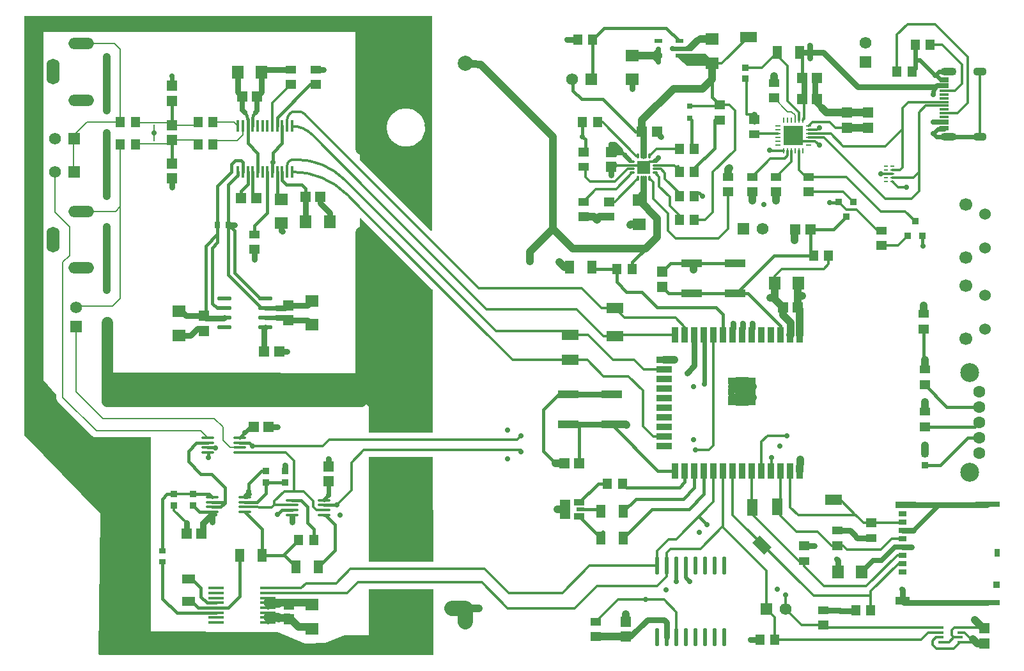
<source format=gtl>
G04 Layer: TopLayer*
G04 EasyEDA v6.5.22, 2022-12-05 14:56:37*
G04 05bf86c157214e56ba330cf237c0dbe7,b19d526b7a914c21af0811b40d406c84,10*
G04 Gerber Generator version 0.2*
G04 Scale: 100 percent, Rotated: No, Reflected: No *
G04 Dimensions in millimeters *
G04 leading zeros omitted , absolute positions ,4 integer and 5 decimal *
%FSLAX45Y45*%
%MOMM*%

%AMMACRO1*21,1,$1,$2,0,0,$3*%
%AMMACRO2*4,1,4,-0.4,0.4501,0.4,0.4501,0.4,-0.4501,-0.4,-0.4501,-0.4,0.4501,0*%
%AMMACRO3*4,1,4,0.4,-0.4501,-0.4,-0.4501,-0.4,0.4501,0.4,0.4501,0.4,-0.4501,0*%
%ADD10C,0.3000*%
%ADD11C,0.2000*%
%ADD12C,1.0000*%
%ADD13C,2.0000*%
%ADD14C,0.4000*%
%ADD15C,1.5000*%
%ADD16C,0.5000*%
%ADD17C,0.8000*%
%ADD18C,0.6000*%
%ADD19C,0.7000*%
%ADD20C,1.2000*%
%ADD21C,1.5240*%
%ADD22R,2.2000X1.4000*%
%ADD23R,1.4000X2.2000*%
%ADD24MACRO1,2.2X1.4X135.0000*%
%ADD25MACRO1,1.35X1.41X0.0000*%
%ADD26R,1.3500X1.4100*%
%ADD27R,0.8000X0.9000*%
%ADD28R,0.9000X0.8000*%
%ADD29R,0.2200X0.1600*%
%ADD30R,2.7500X1.0000*%
%ADD31MACRO2*%
%ADD32MACRO3*%
%ADD33MACRO1,0.864X0.8065X0.0000*%
%ADD34R,0.8640X0.8065*%
%ADD35O,0.7670038X0.36400740000000004*%
%ADD36R,1.3500X0.9000*%
%ADD37R,1.0500X0.5000*%
%ADD38R,1.4500X2.5000*%
%ADD39R,1.1500X0.3000*%
%ADD40O,0.5739892X2.4005031999999997*%
%ADD41R,1.1000X0.7000*%
%ADD42R,2.8000X0.8600*%
%ADD43R,1.8300X1.1400*%
%ADD44R,3.3300X0.7000*%
%ADD45R,0.9000X0.9000*%
%ADD46R,0.7800X1.0500*%
%ADD47R,0.5999X0.2499*%
%ADD48R,0.4000X1.6500*%
%ADD49O,2.0999958X0.3999992*%
%ADD50O,1.6619982000000002X0.36400740000000004*%
%ADD51R,1.7000X1.7000*%
%ADD52O,0.7999984X0.2800096*%
%ADD53O,0.2800096X0.7999984*%
%ADD54R,0.8000X0.2800*%
%ADD55R,0.2800X0.8000*%
%ADD56R,2.5000X2.5000*%
%ADD57O,1.950212X0.5684012*%
%ADD58R,0.8000X0.8000*%
%ADD59MACRO1,1.728X1.485X90.0000*%
%ADD60MACRO1,1.728X1.485X-90.0000*%
%ADD61MACRO1,1.35X1.41X-90.0000*%
%ADD62MACRO1,1.35X1.41X90.0000*%
%ADD63MACRO1,1.728X1.485X0.0000*%
%ADD64R,1.7280X1.4850*%
%ADD65MACRO1,1.377X1.1325X90.0000*%
%ADD66MACRO1,1.377X1.1325X0.0000*%
%ADD67R,1.3770X1.1325*%
%ADD68MACRO1,1.701X1.2075X90.0000*%
%ADD69MACRO1,1.377X1.1325X-90.0000*%
%ADD70MACRO1,1.701X1.2075X0.0000*%
%ADD71R,1.7010X1.2075*%
%ADD72MACRO1,1.701X1.2075X-90.0000*%
%ADD73R,1.4699X1.1600*%
%ADD74R,0.9500X2.1000*%
%ADD75R,2.1000X0.9500*%
%ADD76O,1.6919956X0.36400740000000004*%
%ADD77R,1.0000X0.6000*%
%ADD78R,1.5748X1.5748*%
%ADD79C,1.5748*%
%ADD80O,3.3999932X1.499997*%
%ADD81O,1.7500092X3.3999932*%
%ADD82C,2.5000*%
%ADD83C,1.6000*%
%ADD84O,2.0999958X1.0999978000000001*%
%ADD85O,1.7999964X1.0999978000000001*%
%ADD86C,1.7000*%
%ADD87C,0.7000*%
%ADD88C,0.0197*%

%LPD*%
G36*
X7388859Y2973425D02*
G01*
X7384948Y2974187D01*
X7381697Y2976372D01*
X7379462Y2979674D01*
X7378700Y2983585D01*
X7378700Y3313684D01*
X7377988Y3315411D01*
X7341057Y3352342D01*
X7339634Y3352546D01*
X7189419Y3315004D01*
X7186930Y3314700D01*
X4505960Y3314700D01*
X4502048Y3315462D01*
X4498797Y3317697D01*
X4496562Y3320948D01*
X4495800Y3324860D01*
X4495800Y3364585D01*
X4494784Y3365500D01*
X3972001Y3377946D01*
X3968242Y3378758D01*
X3965092Y3380892D01*
X3962908Y3384092D01*
X3962095Y3387801D01*
X3950055Y3761435D01*
X3950715Y3765397D01*
X3952900Y3768801D01*
X3956253Y3771087D01*
X3960215Y3771900D01*
X5168950Y3771900D01*
X7263384Y3759200D01*
X7264400Y3760215D01*
X7264400Y5803747D01*
X7265162Y5807659D01*
X7267397Y5810961D01*
X7270648Y5813145D01*
X7274559Y5813907D01*
X7278471Y5813145D01*
X7281722Y5810961D01*
X8222640Y4870094D01*
X8224824Y4866792D01*
X8225586Y4862931D01*
X8229600Y2983585D01*
X8228787Y2979724D01*
X8226602Y2976422D01*
X8223300Y2974187D01*
X8219440Y2973425D01*
G37*

%LPD*%
G36*
X7388859Y1258925D02*
G01*
X7384948Y1259687D01*
X7381697Y1261872D01*
X7379462Y1265174D01*
X7378700Y1269085D01*
X7378700Y2642514D01*
X7379462Y2646426D01*
X7381697Y2649728D01*
X7384948Y2651912D01*
X7388859Y2652674D01*
X8220557Y2652674D01*
X8224469Y2651912D01*
X8227720Y2649728D01*
X8229955Y2646426D01*
X8230717Y2642565D01*
X8235442Y1269085D01*
X8234680Y1265224D01*
X8232495Y1261922D01*
X8229193Y1259687D01*
X8225281Y1258925D01*
G37*

%LPD*%
G36*
X3814775Y25908D02*
G01*
X3810863Y26670D01*
X3807510Y28905D01*
X3805326Y32258D01*
X3804615Y36169D01*
X3822700Y1891284D01*
X3822039Y1893011D01*
X2822702Y2939897D01*
X2820619Y2943148D01*
X2819908Y2946908D01*
X2819908Y8485632D01*
X2820670Y8489492D01*
X2822905Y8492794D01*
X2826156Y8495030D01*
X2830068Y8495792D01*
X8207756Y8494623D01*
X8211667Y8493861D01*
X8214918Y8491677D01*
X8217153Y8488375D01*
X8217916Y8484463D01*
X8223910Y5657342D01*
X8223148Y5653430D01*
X8220964Y5650128D01*
X8217662Y5647944D01*
X8213750Y5647182D01*
X8209889Y5647944D01*
X8206587Y5650128D01*
X7267397Y6589318D01*
X7265162Y6592620D01*
X7264400Y6596532D01*
X7264400Y8279384D01*
X7263384Y8280400D01*
X3074416Y8280400D01*
X3073400Y8279384D01*
X3073400Y6450279D01*
X3071622Y6430467D01*
X3072079Y6413449D01*
X3073400Y6403289D01*
X3073400Y3671062D01*
X3074060Y3669537D01*
X3239516Y3473043D01*
X3241294Y3469995D01*
X3241903Y3466490D01*
X3241903Y3441903D01*
X3242106Y3435604D01*
X3242767Y3429508D01*
X3243834Y3423513D01*
X3245358Y3417620D01*
X3247288Y3411829D01*
X3249625Y3406190D01*
X3252368Y3400704D01*
X3255467Y3395472D01*
X3258972Y3390442D01*
X3262782Y3385718D01*
X3267049Y3381095D01*
X3711295Y2936849D01*
X3715918Y2932582D01*
X3720642Y2928772D01*
X3725672Y2925267D01*
X3730904Y2922168D01*
X3736390Y2919425D01*
X3742029Y2917088D01*
X3747820Y2915158D01*
X3753713Y2913634D01*
X3759708Y2912567D01*
X3765804Y2911906D01*
X3772103Y2911703D01*
X4485640Y2911703D01*
X4489551Y2910890D01*
X4492802Y2908706D01*
X4495038Y2905404D01*
X4495800Y2901543D01*
X4495800Y343865D01*
X4496816Y342900D01*
X5956350Y330200D01*
X6170168Y330200D01*
X6174079Y329438D01*
X6539484Y178206D01*
X6541363Y177901D01*
X6806336Y190449D01*
X6807962Y190804D01*
X7059371Y291388D01*
X7063181Y292100D01*
X7377684Y292100D01*
X7378700Y293116D01*
X7378700Y889914D01*
X7379462Y893826D01*
X7381697Y897128D01*
X7384948Y899312D01*
X7388859Y900074D01*
X8226602Y900074D01*
X8230463Y899312D01*
X8233765Y897128D01*
X8235950Y893826D01*
X8236762Y889965D01*
X8239709Y36118D01*
X8238947Y32207D01*
X8236712Y28905D01*
X8233409Y26670D01*
X8229549Y25908D01*
G37*

%LPC*%
G36*
X7874406Y6761480D02*
G01*
X7896453Y6762445D01*
X7918348Y6765340D01*
X7939887Y6770116D01*
X7960918Y6776720D01*
X7981340Y6785203D01*
X8000898Y6795363D01*
X8019542Y6807250D01*
X8037017Y6820662D01*
X8053324Y6835597D01*
X8068208Y6851853D01*
X8081670Y6869379D01*
X8093506Y6887972D01*
X8103717Y6907580D01*
X8112150Y6927951D01*
X8118805Y6948982D01*
X8123580Y6970572D01*
X8126425Y6992416D01*
X8127390Y7014464D01*
X8126425Y7036562D01*
X8123580Y7058406D01*
X8118805Y7079996D01*
X8112150Y7101027D01*
X8103717Y7121398D01*
X8093506Y7141006D01*
X8081670Y7159599D01*
X8068208Y7177125D01*
X8053324Y7193381D01*
X8037017Y7208316D01*
X8019542Y7221728D01*
X8000898Y7233615D01*
X7981340Y7243775D01*
X7960918Y7252258D01*
X7939887Y7258862D01*
X7918348Y7263638D01*
X7896453Y7266533D01*
X7874406Y7267498D01*
X7852359Y7266533D01*
X7830464Y7263638D01*
X7808925Y7258862D01*
X7787894Y7252258D01*
X7767472Y7243775D01*
X7747914Y7233615D01*
X7729270Y7221728D01*
X7711795Y7208316D01*
X7695488Y7193381D01*
X7680604Y7177125D01*
X7667142Y7159599D01*
X7655306Y7141006D01*
X7645095Y7121398D01*
X7636662Y7101027D01*
X7630007Y7079996D01*
X7625232Y7058406D01*
X7622387Y7036562D01*
X7621422Y7014464D01*
X7622387Y6992416D01*
X7625232Y6970572D01*
X7630007Y6948982D01*
X7636662Y6927951D01*
X7645095Y6907580D01*
X7655306Y6887972D01*
X7667142Y6869379D01*
X7680604Y6851853D01*
X7695488Y6835597D01*
X7711795Y6820662D01*
X7729270Y6807250D01*
X7747914Y6795363D01*
X7767472Y6785203D01*
X7787894Y6776720D01*
X7808925Y6770116D01*
X7830464Y6765340D01*
X7852359Y6762445D01*
G37*

%LPD*%
D10*
X7416800Y6134100D02*
G01*
X8940800Y4610100D01*
X10134600Y4610100D01*
X10490200Y4254500D01*
X10642600Y4254500D01*
X7493000Y6235700D02*
G01*
X8839200Y4889500D01*
X10198100Y4889500D01*
X10464800Y4622800D01*
X10642600Y4622800D01*
X7063993Y6321805D02*
G01*
X9067800Y4318000D01*
X10045700Y4318000D01*
X10045700Y4267200D01*
X13204799Y7033793D02*
G01*
X13257606Y7086600D01*
X13487400Y7086600D01*
X13561999Y7012000D01*
X13716000Y7012000D01*
D11*
X4090924Y6794500D02*
G01*
X4090924Y5970523D01*
X4025900Y5905500D01*
X3568700Y5905500D01*
X4090924Y7086600D02*
G01*
X4090924Y8050276D01*
X4013200Y8128000D01*
X3568700Y8128000D01*
X3505200Y4381500D02*
G01*
X3505200Y3517900D01*
X3860800Y3162300D01*
X5334000Y3162300D01*
X5448300Y3048000D01*
X5448300Y2870200D01*
X5544311Y2774187D01*
X5674106Y2774187D01*
X3467100Y6870700D02*
G01*
X3467100Y6426200D01*
X4091000Y7086600D02*
G01*
X3644900Y7086600D01*
X3429000Y6870700D01*
X4090924Y5994026D02*
G01*
X4090924Y4751323D01*
X3987800Y4648200D01*
X3517900Y4648200D01*
X3505200Y4635500D01*
D10*
X5842000Y2794000D02*
G01*
X6769100Y2794000D01*
X6858000Y2882900D01*
X9347200Y2882900D01*
X9398000Y2933700D01*
X9398000Y2717800D02*
G01*
X9398000Y2743200D01*
X7315200Y2743200D01*
X7150100Y2578100D01*
X7150100Y2209800D01*
X6959600Y2019300D01*
X6047231Y848360D02*
G01*
X7096759Y848360D01*
X7239000Y990600D01*
X8877300Y990600D01*
X9220200Y647700D01*
X10109200Y647700D01*
X10401300Y939800D01*
X11201400Y939800D01*
X11328400Y1066800D01*
X11328400Y1211579D01*
D11*
X3225800Y6426200D02*
G01*
X3225800Y5892800D01*
X3416300Y5702300D01*
X3416300Y5321300D01*
X3327400Y5232400D01*
X3327400Y3441700D01*
X3771900Y2997200D01*
X5154929Y2997200D01*
X5247893Y2904236D01*
D12*
X8661400Y7865490D02*
G01*
X8860284Y7852915D01*
D13*
X8483600Y647700D02*
G01*
X8657209Y647700D01*
X8661400Y643509D01*
X8661400Y469900D02*
G01*
X8661400Y643509D01*
D12*
X8839200Y647700D02*
G01*
X8665590Y647700D01*
X8661400Y643509D01*
D10*
X6047231Y913384D02*
G01*
X6488684Y913384D01*
X6553200Y977900D01*
X6946900Y977900D01*
X7137400Y1168400D01*
X8915400Y1168400D01*
X9232900Y850900D01*
X9944100Y850900D01*
X10304779Y1211579D01*
X11201400Y1211579D01*
D14*
X14712695Y5576900D02*
G01*
X14712695Y5454904D01*
X14719300Y5448300D01*
D11*
X5119700Y6794500D02*
G01*
X5067300Y6846900D01*
X4775200Y6846900D01*
D10*
X13079729Y7108697D02*
G01*
X13079729Y7214870D01*
X12928600Y7366000D01*
X12928600Y7835900D01*
X12793472Y7971028D01*
X12793472Y8013700D01*
D11*
X13029691Y7108697D02*
G01*
X13029691Y7176008D01*
X12979400Y7226300D01*
X12930124Y7226300D01*
X12750800Y7405623D01*
D15*
X7277100Y3390900D02*
G01*
X7277100Y5626100D01*
X3917111Y3390900D02*
G01*
X7277100Y3390900D01*
X7277100Y6731000D02*
G01*
X7277100Y8370900D01*
X3917111Y8370900D02*
G01*
X7277100Y8370900D01*
D12*
X3911600Y7950200D02*
G01*
X3911600Y7239000D01*
X3911600Y6946900D02*
G01*
X3911600Y6108700D01*
D15*
X3917111Y4432300D02*
G01*
X3917111Y3390900D01*
D12*
X3911600Y5702300D02*
G01*
X3911600Y4864100D01*
D10*
X7289800Y5930900D02*
G01*
X9283700Y3937000D01*
X10045700Y3937000D01*
X12756641Y4953000D02*
G01*
X12756641Y5047742D01*
X12852400Y5143500D01*
X13411200Y5143500D01*
X13473099Y5205399D01*
X13473099Y5321300D01*
D11*
X4775200Y6846900D02*
G01*
X4730445Y6802145D01*
X4533900Y6802145D01*
X4533900Y6802145D02*
G01*
X4298645Y6802145D01*
X4290999Y6794500D01*
X4533900Y6837654D02*
G01*
X4533900Y6946900D01*
X4533900Y7043445D02*
G01*
X4533900Y6946900D01*
X4775200Y7046899D02*
G01*
X4743145Y7078954D01*
X4533900Y7078954D01*
X4533900Y7078954D02*
G01*
X4298645Y7078954D01*
X4290999Y7086600D01*
D16*
X11455400Y1211630D02*
G01*
X11455400Y1003300D01*
D12*
X9817100Y5676900D02*
G01*
X9512300Y5372100D01*
X9512300Y5245100D01*
D10*
X11455400Y261569D02*
G01*
X11455400Y596900D01*
X11290300Y762000D01*
X11049000Y762000D01*
D16*
X11582400Y1211630D02*
G01*
X11582400Y1054100D01*
X11633200Y1003300D01*
D14*
X5473700Y2044700D02*
G01*
X5473700Y2247900D01*
X5295900Y2425700D01*
X5156200Y2425700D01*
X4991100Y2590800D01*
X4991100Y2730500D01*
X5099786Y2839186D01*
X5247893Y2839186D01*
X5739104Y2116810D02*
G01*
X5761710Y2116810D01*
X5803900Y2159000D01*
X5791200Y2197100D02*
G01*
X5739104Y2145004D01*
X5739104Y2116810D01*
D17*
X5308600Y1790700D02*
G01*
X5306822Y1865121D01*
D14*
X4648200Y1263497D02*
G01*
X4648200Y774700D01*
X4838700Y584200D01*
X5353304Y584200D01*
X5357368Y588263D01*
X4800600Y2158136D02*
G01*
X4710836Y2158136D01*
X4648200Y2095500D01*
X4648200Y1403502D01*
X5054600Y2007463D02*
G01*
X5140274Y1921789D01*
X5309895Y1921789D01*
X5054600Y2158136D02*
G01*
X5268569Y2158136D01*
X5309895Y2116810D01*
X5473700Y2044700D02*
G01*
X5415813Y1986813D01*
X5309895Y1986813D01*
X5473700Y2044700D02*
G01*
X5466588Y2051812D01*
X5309895Y2051812D01*
X5167375Y1638300D02*
G01*
X5207000Y1677923D01*
X5207000Y1765300D01*
X5334000Y1892300D01*
X5346700Y1892300D01*
X5167299Y1638300D02*
G01*
X5167299Y1776399D01*
X5309895Y1918995D01*
X5309895Y1921789D01*
X5964478Y1346200D02*
G01*
X5964478Y1696415D01*
X5739104Y1921789D01*
D10*
X6365493Y2013712D02*
G01*
X6128511Y2013712D01*
X6096508Y1981707D01*
X5739104Y1986813D01*
D14*
X6019800Y2312162D02*
G01*
X6019800Y2171700D01*
X5899911Y2051812D01*
X5739129Y2051812D01*
D10*
X6538320Y7190379D02*
G01*
X7493000Y6235700D01*
X6398620Y7226300D02*
G01*
X6451600Y7226300D01*
X6299581Y7033260D02*
G01*
X6299581Y7109838D01*
X6625851Y6925048D02*
G01*
X7416800Y6134100D01*
X7094146Y6126553D02*
G01*
X7289800Y5930900D01*
X6385920Y6591300D02*
G01*
X6413500Y6591300D01*
X6299581Y6428739D02*
G01*
X6299581Y6505498D01*
X6299581Y7033260D02*
G01*
X6299581Y7109838D01*
D17*
X15574467Y2019734D02*
G01*
X15566466Y2011728D01*
X14497966Y2011728D01*
X14449475Y745716D02*
G01*
X14471477Y723719D01*
X15574467Y723719D01*
X14439900Y901700D02*
G01*
X14449475Y892124D01*
X14449475Y745716D01*
D18*
X14859000Y7454900D02*
G01*
X14859000Y7497315D01*
X14894186Y7566286D01*
X14889695Y7716304D02*
G01*
X14955304Y7650695D01*
D10*
X15002769Y7502903D02*
G01*
X15148308Y7502903D01*
X15240000Y7594600D01*
X15240000Y7848600D01*
X14973300Y8115300D01*
X14819299Y8115300D01*
X15477307Y6895894D02*
G01*
X15477307Y7759905D01*
D18*
X15059309Y7759905D02*
G01*
X14935398Y7759905D01*
X14884400Y7708900D01*
X15059309Y6895894D02*
G01*
X15477307Y6895894D01*
X14859000Y6934200D02*
G01*
X14897298Y6895894D01*
X15059309Y6895894D01*
X15002791Y6992899D02*
G01*
X14917699Y6992899D01*
X14859000Y6934200D01*
D10*
X15002791Y7022894D02*
G01*
X14947689Y7022894D01*
X14859000Y6934200D01*
X15002791Y7072906D02*
G01*
X14872693Y7072906D01*
X14859000Y7086600D01*
X14859000Y7086600D02*
G01*
X14875309Y7102909D01*
X15002791Y7102909D01*
D12*
X12750800Y7696200D02*
G01*
X12750800Y7605699D01*
D10*
X12369800Y7809636D02*
G01*
X12589362Y7809636D01*
X12793426Y8013700D01*
D12*
X13995400Y7012000D02*
G01*
X13716000Y7012000D01*
X13716000Y7211999D02*
G01*
X13444702Y7211999D01*
X13382091Y7274610D01*
X13716000Y7211999D02*
G01*
X13995400Y7211999D01*
D10*
X13106400Y6425437D02*
G01*
X13170738Y6361099D01*
X13208000Y6361099D01*
X13079808Y6708800D02*
G01*
X13079808Y6451909D01*
X13106400Y6425313D01*
X13204799Y6833796D02*
G01*
X13081073Y6833796D01*
X13004825Y6910047D01*
X13204799Y6983803D02*
G01*
X13321108Y6983803D01*
X13347700Y7010400D01*
X13204799Y6833796D02*
G01*
X13295708Y6833796D01*
X13347700Y6781800D01*
D17*
X12484100Y7098438D02*
G01*
X12484100Y7188200D01*
D10*
X12804800Y6933791D02*
G01*
X12498103Y6933791D01*
X12484100Y6947786D01*
D17*
X13290687Y7366000D02*
G01*
X13382078Y7274600D01*
X13290674Y7366012D02*
G01*
X13290674Y7620000D01*
X13150700Y7620000D02*
G01*
X13150700Y7366012D01*
D10*
X13129790Y7108799D02*
G01*
X13150712Y7129716D01*
X13150712Y7366000D01*
D14*
X6039606Y6428742D02*
G01*
X6039606Y5887206D01*
X5867400Y5715000D01*
X5867400Y5599099D01*
D17*
X5867400Y5399100D02*
G01*
X5867400Y5270500D01*
D14*
X5378300Y5727700D02*
G01*
X5378300Y6241900D01*
X5562600Y6426200D01*
X5562600Y6527800D01*
X5613400Y6578600D01*
X5689600Y6578600D01*
X5714591Y6552791D01*
X5714591Y6428742D01*
X5518299Y5727700D02*
G01*
X5518299Y6254904D01*
X5649615Y6386215D01*
X5649615Y6428742D01*
X6010907Y4622800D02*
G01*
X5956300Y4622800D01*
X5518299Y5060795D01*
X5518299Y5727700D01*
X6010907Y4749800D02*
G01*
X5943600Y4749800D01*
X5600700Y5092700D01*
X5600700Y5645304D01*
X5518299Y5727700D01*
D17*
X6195999Y4051300D02*
G01*
X6299200Y4051300D01*
X6159500Y4495800D02*
G01*
X6275400Y4495800D01*
X6311900Y4459300D01*
X6159500Y4622800D02*
G01*
X6275400Y4622800D01*
X6311900Y4659299D01*
X5105400Y4343400D02*
G01*
X5022341Y4260342D01*
X4902200Y4260342D01*
X5219700Y4519599D02*
G01*
X4961458Y4519599D01*
X4902200Y4578857D01*
D14*
X5469892Y4622800D02*
G01*
X5372100Y4622800D01*
X5308600Y4686300D01*
X5308600Y5422900D01*
X5378300Y5492595D01*
X5378300Y5606895D01*
X5378300Y5727700D02*
G01*
X5378300Y5606895D01*
X5219700Y5448300D01*
X5219700Y4519599D01*
D17*
X6629400Y4400042D02*
G01*
X6570141Y4459300D01*
X6311900Y4459300D01*
X6629400Y4718557D02*
G01*
X6570141Y4659299D01*
X6311900Y4659299D01*
X6350000Y7783499D02*
G01*
X5999657Y7783499D01*
X5963158Y7747000D01*
X5518299Y5727700D02*
G01*
X5600700Y5727700D01*
X6223000Y5746242D02*
G01*
X6223000Y5651500D01*
X6235700Y5638800D01*
X6540500Y5956300D02*
G01*
X6546341Y5950457D01*
X6546341Y5791200D01*
X6542100Y6096000D02*
G01*
X6540500Y5956300D01*
X6742099Y6096000D02*
G01*
X6742099Y6008700D01*
X6781800Y5969000D01*
X6781800Y5969000D02*
G01*
X6864858Y5885942D01*
X6864858Y5791200D01*
D14*
X6234607Y6428742D02*
G01*
X6234607Y6312992D01*
X6286500Y6261100D01*
X6489700Y6261100D01*
X6542100Y6208699D01*
X6542100Y6096000D01*
X6169606Y6428742D02*
G01*
X6169606Y6118151D01*
X6223000Y6064757D01*
X5779592Y6428742D02*
G01*
X5779592Y6264554D01*
X5691200Y6176162D01*
X5691200Y6083300D01*
X5844593Y6428742D02*
G01*
X5844593Y6129909D01*
X5891199Y6083300D01*
D18*
X5219700Y4349607D02*
G01*
X5111612Y4349607D01*
X5105400Y4343400D01*
X6010907Y4622800D02*
G01*
X6159500Y4622800D01*
X6010907Y4368800D02*
G01*
X5996000Y4353892D01*
X5996000Y4051300D01*
X6195999Y4051300D02*
G01*
X6299200Y4051300D01*
X6159500Y4495800D02*
G01*
X6010907Y4495800D01*
D17*
X5105400Y4343400D02*
G01*
X5111600Y4349595D01*
X5219700Y4349595D01*
X5469892Y4495800D02*
G01*
X5463692Y4489604D01*
X5219700Y4489604D01*
X6010907Y4368800D02*
G01*
X5996000Y4353892D01*
X5996000Y4051300D01*
D11*
X5119700Y7086600D02*
G01*
X5080000Y7046899D01*
X4775200Y7046899D01*
X5649615Y7033257D02*
G01*
X5596272Y7086600D01*
X5319699Y7086600D01*
D17*
X6781800Y7785100D02*
G01*
X6680200Y7783499D01*
X5903899Y7429500D02*
G01*
X5963158Y7488758D01*
X5963158Y7747000D01*
X5703900Y7429500D02*
G01*
X5644641Y7488758D01*
X5644641Y7747000D01*
D18*
X4775200Y7696200D02*
G01*
X4775200Y7567599D01*
D11*
X4775200Y7046899D02*
G01*
X4766990Y7046899D01*
X4749800Y7029704D01*
D14*
X4775200Y6538899D02*
G01*
X4775200Y6846900D01*
X4775200Y7046899D02*
G01*
X4775200Y7367600D01*
X6169657Y7033257D02*
G01*
X6169657Y7147557D01*
X6605600Y7583500D01*
X6680200Y7583500D01*
D10*
X6104608Y7033257D02*
G01*
X6104608Y7338108D01*
X6350000Y7583500D01*
D14*
X6169583Y6428742D02*
G01*
X6169583Y6421536D01*
X6169583Y7033257D02*
G01*
X6169583Y7033803D01*
D19*
X5880100Y7213600D02*
G01*
X5903899Y7237399D01*
X5903899Y7429500D01*
X5740400Y7213600D02*
G01*
X5703900Y7250099D01*
X5703900Y7429500D01*
D14*
X5844593Y7033257D02*
G01*
X5844593Y7127875D01*
X5779592Y7033257D02*
G01*
X5779592Y7118982D01*
X6108700Y6553200D02*
G01*
X6104582Y6549082D01*
X6104582Y6428742D01*
D11*
X5649615Y7033257D02*
G01*
X5639457Y7023100D01*
X5714591Y7033257D02*
G01*
X5714591Y6921091D01*
X5638800Y6845300D01*
X5370499Y6845300D01*
X5319699Y6794500D01*
D14*
X5909569Y6428742D02*
G01*
X5909569Y6676138D01*
X5779515Y6806184D01*
X5779515Y7033257D01*
X6234684Y7033257D02*
G01*
X6234684Y6806184D01*
X6108700Y6680200D01*
X6108700Y6553200D01*
X5740400Y2971800D02*
G01*
X5674108Y2905508D01*
X5674108Y2904213D01*
D18*
X5740400Y2971800D02*
G01*
X5816600Y3048000D01*
X5856300Y3048000D01*
D14*
X5842000Y2794000D02*
G01*
X5796818Y2839189D01*
X5674108Y2839189D01*
D17*
X6273800Y2540434D02*
G01*
X6273800Y2463365D01*
D10*
X4965700Y1778000D02*
G01*
X4800600Y1943100D01*
X4800600Y2007461D01*
X5054600Y2158138D02*
G01*
X4800600Y2158138D01*
D17*
X4965700Y1778000D02*
G01*
X4967300Y1776399D01*
X4967300Y1638300D01*
D14*
X6713773Y1193800D02*
G01*
X6934200Y1414221D01*
X6934200Y1752600D01*
X6803108Y1883686D01*
X6791708Y1883686D01*
X6653199Y1549400D02*
G01*
X6653199Y1690700D01*
X6565900Y1778000D01*
X6565900Y1993900D01*
X6481069Y2078738D01*
X6365491Y2078738D01*
X6453200Y1549400D02*
G01*
X6250000Y1346200D01*
X5964473Y1346200D01*
X5964473Y1346200D02*
G01*
X6265626Y1346200D01*
X6418026Y1193800D01*
X5357291Y653287D02*
G01*
X5517393Y653287D01*
X5668726Y804621D01*
X5668726Y1308100D01*
X5357291Y653287D02*
G01*
X5125206Y653287D01*
X5037373Y741121D01*
X4991100Y741121D01*
X5357291Y718312D02*
G01*
X5237993Y718312D01*
X5156200Y800105D01*
X5156200Y914400D01*
X5033713Y1036878D01*
X4991100Y1036878D01*
D12*
X6324600Y722299D02*
G01*
X6195999Y722299D01*
X6184900Y711200D01*
X6324600Y522300D02*
G01*
X6184900Y520700D01*
X6324600Y522300D02*
G01*
X6447358Y399542D01*
X6578600Y399542D01*
X6324600Y722299D02*
G01*
X6328841Y718057D01*
X6578600Y718057D01*
D14*
X6047308Y783313D02*
G01*
X6047308Y718312D01*
X6047308Y588286D02*
G01*
X6047308Y523293D01*
X6047308Y523293D02*
G01*
X6049901Y520700D01*
X6184900Y520700D01*
D17*
X6184900Y711200D02*
G01*
X6195999Y722299D01*
X6324600Y722299D01*
X6184900Y520700D02*
G01*
X6186500Y522300D01*
X6324600Y522300D01*
D14*
X6047308Y718312D02*
G01*
X6047308Y653287D01*
D20*
X6184900Y520700D02*
G01*
X6182306Y523293D01*
X6047308Y523293D01*
X6047308Y718312D02*
G01*
X6054415Y711200D01*
X6184900Y711200D01*
D14*
X6047308Y523293D02*
G01*
X6047308Y458292D01*
D10*
X6362700Y1790700D02*
G01*
X6365491Y1793491D01*
X6365491Y1883686D01*
X6362700Y1790700D02*
G01*
X6365491Y1793491D01*
X6365491Y1883686D01*
D18*
X6845300Y2146300D02*
G01*
X6845300Y2325700D01*
D14*
X6845300Y2146300D02*
G01*
X6791708Y2092708D01*
X6791708Y2078713D01*
X5994400Y2312261D02*
G01*
X6248400Y2312261D01*
X5791200Y2197100D02*
G01*
X5791200Y2298694D01*
X5955543Y2463037D01*
X5994400Y2463037D01*
D10*
X6791708Y1948687D02*
G01*
X6687306Y1948687D01*
X6642100Y1993900D01*
X6642100Y2070100D01*
X6515100Y2197100D01*
X6261100Y2197100D01*
X6128506Y2064512D01*
X6128506Y2013712D01*
X6392677Y2197100D02*
G01*
X6392677Y2598930D01*
X6282430Y2709161D01*
X5674108Y2709161D01*
D17*
X6845300Y2628900D02*
G01*
X6845300Y2525699D01*
X6172200Y3048000D02*
G01*
X6056299Y3048000D01*
D14*
X5346700Y2768600D02*
G01*
X5341106Y2774187D01*
X5247891Y2774187D01*
X5247891Y2709186D02*
G01*
X5257800Y2699278D01*
X5257800Y2641600D01*
D10*
X13608298Y6030973D02*
G01*
X13708385Y5930900D01*
X13843000Y5930900D01*
X14124000Y5649899D01*
X14147800Y5649899D01*
X14447977Y1789734D02*
G01*
X14434642Y1776399D01*
X14033500Y1776399D01*
X14447977Y1569745D02*
G01*
X14307845Y1569745D01*
X14160500Y1422400D01*
X13716000Y1422400D01*
X13663599Y1474800D01*
X13589000Y1474800D01*
X13589000Y1474800D02*
G01*
X13511199Y1474800D01*
X13322300Y1663700D01*
X13042900Y1663700D01*
X12838252Y1868347D01*
X12838252Y2465476D01*
D19*
X14447977Y1459737D02*
G01*
X14350238Y1459737D01*
X14173200Y1282700D01*
X14065758Y1282700D01*
X13913358Y1130300D01*
D10*
X14448027Y1349755D02*
G01*
X14379956Y1349755D01*
X13970000Y939800D01*
X13411200Y939800D01*
X13144500Y1206500D01*
X13144500Y1271523D01*
X14447977Y1239723D02*
G01*
X14396923Y1239723D01*
X14031899Y874699D01*
X14031899Y622300D01*
X12903200Y635000D02*
G01*
X13117499Y420700D01*
X13398500Y420700D01*
X12649200Y635000D02*
G01*
X12761899Y522300D01*
X12761899Y228600D01*
D12*
X10782300Y268300D02*
G01*
X10388600Y268300D01*
D10*
X11049000Y762000D02*
G01*
X10682300Y762000D01*
X10606100Y685800D01*
X10388600Y468299D01*
D12*
X10782300Y571500D02*
G01*
X10782300Y468299D01*
D10*
X12903200Y635000D02*
G01*
X12903200Y825500D01*
X13204697Y6933692D02*
G01*
X13500608Y6933692D01*
X13665200Y6769100D01*
X14224000Y6769100D01*
X14452600Y6997700D01*
X14452600Y7277100D01*
X14529308Y7352792D01*
X15002763Y7352792D01*
X14503400Y6223000D02*
G01*
X14395094Y6223000D01*
X14317294Y6300800D01*
X14317218Y6450837D02*
G01*
X14413738Y6450837D01*
X14452600Y6489700D01*
X14452600Y7017004D01*
X15002763Y7303008D02*
G01*
X14757908Y7303008D01*
X14668500Y7213600D01*
X14668500Y6426200D01*
X14591538Y6350762D01*
X14317218Y6350762D01*
X14160500Y6400800D02*
G01*
X14232305Y6400800D01*
X14317294Y6400800D02*
G01*
X14232305Y6400800D01*
X15002769Y7582915D02*
G01*
X14910816Y7582915D01*
X14880841Y7552946D01*
X14838423Y7552946D01*
X15002763Y7552944D02*
G01*
X14838425Y7552944D01*
D14*
X13089178Y8013700D02*
G01*
X13120700Y7982178D01*
X13120700Y7670800D01*
D10*
X15002763Y7202931D02*
G01*
X15178531Y7202931D01*
X15316200Y7340600D01*
X15316200Y7950200D01*
X14884400Y8382000D01*
X14516100Y8382000D01*
X14377924Y8243823D01*
X14377924Y7759700D01*
D18*
X14884400Y7708900D02*
G01*
X14682724Y7910576D01*
X14619224Y7912100D01*
X14619224Y8115300D01*
X14619224Y7912100D02*
G01*
X14619224Y7800924D01*
X14577999Y7759700D01*
X11328400Y261620D02*
G01*
X11328400Y457200D01*
X11290300Y495300D01*
D12*
X11430101Y3937012D02*
G01*
X11291925Y3937012D01*
X13093801Y2616212D02*
G01*
X13092277Y2465590D01*
D14*
X10999800Y6959600D02*
G01*
X10909300Y6959600D01*
X10477500Y7391400D01*
X10198100Y7391400D01*
X10083800Y7505700D01*
X10083800Y7645400D01*
X10071100Y7658100D01*
X12026925Y7315225D02*
G01*
X11925300Y7416850D01*
X11925300Y7867142D01*
D10*
X10999726Y6959600D02*
G01*
X11023600Y6935726D01*
X11023600Y6616700D01*
X11048491Y6639811D01*
X11048517Y6639687D02*
G01*
X11048517Y6910882D01*
X10999800Y6959600D01*
X10998708Y6639811D02*
G01*
X10999726Y6959600D01*
X10948690Y6639687D02*
G01*
X10924418Y6639687D01*
X10477500Y7086600D01*
X10412399Y7086600D01*
D12*
X11925300Y8185658D02*
G01*
X11778741Y8185658D01*
X11772900Y8191500D01*
D10*
X12026925Y7315225D02*
G01*
X12009089Y7297397D01*
X11633200Y7297397D01*
X11173607Y6414770D02*
G01*
X11226800Y6361584D01*
X11226800Y6235700D01*
X11366500Y6096000D01*
X11366500Y5981700D01*
X11495100Y5853099D01*
X11495100Y5791200D01*
X11173607Y6464807D02*
G01*
X11251691Y6464807D01*
X11303000Y6413500D01*
X11303000Y6337300D01*
X11495100Y6145199D01*
X11495100Y6108700D01*
D14*
X11695099Y6731000D02*
G01*
X11658600Y6731000D01*
X11658600Y7112000D01*
X11633200Y7137400D01*
D12*
X10401300Y5791200D02*
G01*
X10441000Y5830900D01*
X10566400Y5830900D01*
X10401300Y5791200D02*
G01*
X10361599Y5830900D01*
X10223500Y5830900D01*
X10845800Y5727700D02*
G01*
X10851641Y5733542D01*
X10960100Y5733542D01*
D10*
X10873618Y6414770D02*
G01*
X10656440Y6197600D01*
X10390200Y6197600D01*
X10223500Y6030899D01*
X10223500Y5830900D02*
G01*
X10566400Y5830900D01*
D14*
X10248900Y6691299D02*
G01*
X10248900Y6858000D01*
X10210800Y6896100D01*
X10212400Y7086600D02*
G01*
X10212400Y6897700D01*
X10210800Y6896100D01*
D10*
X10873618Y6464807D02*
G01*
X10808208Y6464807D01*
X10642600Y6299200D01*
X10310799Y6299200D01*
X10248900Y6361099D01*
X10248900Y6491300D01*
D17*
X11252200Y6896100D02*
G01*
X11199799Y6948500D01*
X11199799Y6959600D01*
D14*
X11695099Y6451600D02*
G01*
X11695099Y6475399D01*
X11963425Y6743725D01*
X11963425Y7112000D01*
D17*
X10591800Y6794500D02*
G01*
X10591800Y6699387D01*
X10629900Y6661287D01*
X10591800Y6388100D02*
G01*
X10591800Y6483207D01*
X10629900Y6521307D01*
D10*
X10742975Y6661274D02*
G01*
X10629900Y6661274D01*
X10873618Y6564629D02*
G01*
X10776965Y6661274D01*
X10742975Y6661274D01*
X10873618Y6514592D02*
G01*
X10636610Y6514592D01*
X10629900Y6521295D01*
D14*
X11798300Y6108700D02*
G01*
X11760200Y6146800D01*
X11656999Y6146800D01*
D18*
X11214100Y6616700D02*
G01*
X11188700Y6591300D01*
X11163300Y6578600D01*
D10*
X11173607Y6564629D02*
G01*
X11214100Y6605115D01*
X11214100Y6616700D01*
X11173607Y6514592D02*
G01*
X11432108Y6514592D01*
X11495100Y6451600D01*
X11481668Y6465031D01*
X11481668Y6502400D01*
X11098560Y6639687D02*
G01*
X11189865Y6731000D01*
X11495100Y6731000D01*
X11173607Y6564629D02*
G01*
X11098535Y6564629D01*
X11070704Y6536804D01*
X11070704Y6536804D02*
G01*
X11023600Y6489700D01*
X10873618Y6514592D02*
G01*
X10998708Y6514592D01*
X11023600Y6489700D01*
X10948690Y6339687D02*
G01*
X10639907Y6030899D01*
X10566400Y6030899D01*
X10960100Y6052057D02*
G01*
X10998733Y6090691D01*
X10998733Y6335471D01*
X11048517Y6339687D02*
G01*
X11048517Y6140475D01*
X10960100Y6052057D01*
X11048491Y6339588D02*
G01*
X11023600Y6362700D01*
X11023600Y6120129D01*
X11048517Y6166556D02*
G01*
X11048517Y5994400D01*
X10998733Y6339687D02*
G01*
X10998733Y6160033D01*
X10960100Y6121400D01*
X10960100Y6052057D01*
X13208000Y6161100D02*
G01*
X13668100Y6161100D01*
X13798301Y6030899D01*
X14668500Y6426200D02*
G01*
X14668500Y6172200D01*
X14566900Y6070600D01*
X14224000Y6070600D01*
X13410691Y6883908D01*
X13204697Y6883908D01*
D12*
X12255601Y3657612D02*
G01*
X12395301Y3657612D01*
X12192101Y3581412D02*
G01*
X12471501Y3581412D01*
X12192101Y3441712D02*
G01*
X12471501Y3441712D01*
X12255601Y3378212D02*
G01*
X12395301Y3378212D01*
D10*
X11201400Y1211579D02*
G01*
X11201400Y1409700D01*
X11353800Y1562100D01*
X11455400Y1562100D01*
X11949175Y2055876D01*
X11949175Y2465578D01*
X11328400Y1211579D02*
G01*
X11328400Y1384300D01*
X11379200Y1435100D01*
X11772900Y1435100D01*
X12076175Y1738376D01*
X12076175Y2465578D01*
D14*
X11493500Y2247900D02*
G01*
X11568249Y2322654D01*
X11568249Y2465486D01*
X11146073Y1955800D02*
G01*
X11620500Y1955800D01*
X11822249Y2157549D01*
X11822249Y2465486D01*
X11544300Y2095500D02*
G01*
X11695249Y2246454D01*
X11695249Y2465486D01*
X10917473Y2095500D02*
G01*
X11531600Y2095500D01*
X10478368Y1663700D02*
G01*
X10478368Y1596542D01*
X10456626Y1574800D01*
X10170617Y1860798D01*
X10168608Y1860798D01*
X10182608Y1955800D02*
G01*
X10440268Y1955800D01*
X10478368Y1917700D01*
X10169908Y2050801D02*
G01*
X10417807Y2298700D01*
X10542600Y2298700D01*
D12*
X9880600Y1955800D02*
G01*
X9984991Y1956381D01*
D14*
X10742599Y2298700D02*
G01*
X10793399Y2247900D01*
X11480800Y2247900D01*
X10752373Y1930400D02*
G01*
X10917473Y2095500D01*
X10752373Y1574800D02*
G01*
X11133373Y1955800D01*
D17*
X10595310Y3479800D02*
G01*
X10080289Y3479800D01*
X10595310Y3079800D02*
G01*
X10080277Y3079800D01*
D14*
X10171099Y2565400D02*
G01*
X10171099Y3079800D01*
D12*
X9855200Y2565400D02*
G01*
X9971100Y2565400D01*
D14*
X10020300Y3479794D02*
G01*
X9893300Y3479794D01*
X9690100Y3276600D01*
X9690100Y2730500D01*
X9855200Y2565400D01*
D12*
X8860281Y7852918D02*
G01*
X9817100Y6896100D01*
X9817100Y5676900D01*
X10083800Y5410200D01*
X11049000Y5410200D01*
X11201400Y5562600D01*
X11201400Y5810757D01*
X10960100Y6052057D01*
D14*
X15468345Y2908045D02*
G01*
X15315945Y2908045D01*
X14947138Y2540762D01*
X14744700Y2540762D01*
X15468447Y3111296D02*
G01*
X15406750Y3049600D01*
X14744700Y3049600D01*
X15468447Y3314496D02*
G01*
X15038603Y3314496D01*
X14744700Y3608400D01*
D12*
X14744700Y3937000D02*
G01*
X14744700Y3808399D01*
X14744700Y3378200D02*
G01*
X14744700Y3249599D01*
X14744700Y2806700D02*
G01*
X14744700Y2691536D01*
X12965249Y4265513D02*
G01*
X12966700Y4266963D01*
X12966700Y4432300D01*
X11658587Y5219700D02*
G01*
X11684000Y5194294D01*
X11684000Y5130800D01*
D14*
X11658587Y4819700D02*
G01*
X12233597Y4819700D01*
X11658600Y5219700D02*
G01*
X11380800Y5219700D01*
X11264900Y5103799D01*
X11658600Y4819700D02*
G01*
X11348999Y4819700D01*
X11264900Y4903800D01*
D12*
X12966700Y4432300D02*
G01*
X12866700Y4532299D01*
X12866700Y4635500D01*
X13092252Y4449046D02*
G01*
X13092252Y4609947D01*
X13066699Y4635500D01*
X13092252Y4265510D02*
G01*
X13092252Y4449046D01*
X13066699Y4635500D02*
G01*
X13066699Y4944541D01*
X13075158Y4953000D01*
X12866700Y4635500D02*
G01*
X12756641Y4745558D01*
X12756641Y4953000D01*
X14732000Y4660900D02*
G01*
X14732000Y4544999D01*
X13119100Y4787900D02*
G01*
X13066699Y4787900D01*
X12700000Y4762500D02*
G01*
X12731241Y4762500D01*
X12756641Y4787900D01*
D14*
X13273100Y5321300D02*
G01*
X12750800Y5321300D01*
X12249200Y4819700D01*
X12233605Y4819700D01*
X12233656Y4819650D02*
G01*
X12401550Y4819650D01*
X12838175Y4383023D01*
X12838175Y4265421D01*
X13273100Y5321300D02*
G01*
X13231799Y5362600D01*
X13231799Y5664200D01*
X13231799Y5664200D02*
G01*
X13536599Y5664200D01*
X13703300Y5830900D01*
D10*
X13208000Y6361176D02*
G01*
X13704824Y6361176D01*
X14160500Y5905500D01*
X14489175Y5905500D01*
X14617700Y5776976D01*
X14173200Y5449900D02*
G01*
X14395704Y5449900D01*
X14522704Y5576900D01*
D12*
X13031800Y5664200D02*
G01*
X13017500Y5649899D01*
X13017500Y5524500D01*
D17*
X14566900Y1460500D02*
G01*
X14448027Y1459737D01*
X14033500Y1576400D02*
G01*
X13854099Y1576400D01*
X13804900Y1625600D01*
X13804900Y1625600D02*
G01*
X13755700Y1674799D01*
X13589000Y1674799D01*
X13284200Y1473200D02*
G01*
X13144500Y1471676D01*
X13576300Y1295400D02*
G01*
X13594841Y1276857D01*
X13594841Y1130300D01*
X13831900Y622300D02*
G01*
X13819200Y609600D01*
X13627100Y609600D01*
X13627100Y609600D02*
G01*
X13616000Y620699D01*
X13398500Y620699D01*
X12561900Y228600D02*
G01*
X12433300Y228600D01*
X11290300Y495300D02*
G01*
X11328400Y457200D01*
X11328400Y261571D01*
X11290300Y495300D02*
G01*
X11074400Y495300D01*
X10847326Y268226D01*
X10782300Y268226D01*
X4775200Y6338900D02*
G01*
X4775200Y6223000D01*
D14*
X11441252Y2465489D02*
G01*
X11209606Y2465489D01*
X10595300Y3079795D01*
X10869599Y5143500D02*
G01*
X10869599Y5230799D01*
X11095448Y5456648D01*
X10333278Y5168900D02*
G01*
X10358678Y5143500D01*
X10669600Y5143500D01*
X12076175Y4265421D02*
G01*
X12076175Y4535423D01*
X11976100Y4635500D01*
X11201400Y4635500D01*
X10998200Y4838700D01*
X10795000Y4838700D01*
X10669524Y4967223D01*
X10669524Y5143500D01*
D12*
X9906000Y5232400D02*
G01*
X9969500Y5168900D01*
X10037521Y5168900D01*
D10*
X12929793Y6708800D02*
G01*
X12929793Y6643293D01*
X12890500Y6604000D01*
X12701600Y6604000D01*
X12458700Y6361099D01*
X12979806Y6708800D02*
G01*
X12979806Y6564706D01*
X12776200Y6361099D01*
D12*
X12458700Y6161100D02*
G01*
X12458700Y6045200D01*
X12776200Y6161100D02*
G01*
X12776200Y6045200D01*
X11925300Y7867142D02*
G01*
X11925300Y7658100D01*
X11798300Y7531100D01*
X11417300Y7531100D01*
X10999726Y7113526D01*
X10999726Y6959600D01*
D10*
X12712700Y2641600D02*
G01*
X12711175Y2465578D01*
D14*
X11861800Y1752600D02*
G01*
X11754865Y1861565D01*
D10*
X12076175Y2465578D02*
G01*
X12076175Y1716023D01*
X12649200Y1143000D01*
X12649200Y635000D01*
X14031975Y812800D02*
G01*
X13271500Y812800D01*
X12203175Y1881123D01*
X12203175Y2465578D01*
X13144500Y1271600D02*
G01*
X13079399Y1271600D01*
X12457252Y1893747D01*
X12457252Y2465476D01*
X11695175Y5791200D02*
G01*
X11836400Y5791200D01*
X11938000Y5892800D01*
X11938000Y6426200D01*
X12230100Y6718300D01*
X12230100Y7239000D01*
X12153900Y7315200D01*
X12026900Y7315200D01*
X11098529Y6339586D02*
G01*
X11150600Y6287515D01*
X11150600Y6070600D01*
X11341100Y5880100D01*
X11341100Y5651500D01*
X11442700Y5549900D01*
X12014200Y5549900D01*
X12128500Y5664200D01*
X12128500Y5664200D02*
G01*
X12141200Y5676900D01*
X12141200Y6161100D01*
D12*
X12153900Y6477000D02*
G01*
X12141200Y6464300D01*
X12141200Y6361099D01*
D17*
X14884400Y7556500D02*
G01*
X13859256Y7552944D01*
X13398500Y8013700D01*
X13089178Y8013700D01*
X13220700Y8102600D02*
G01*
X13220700Y7937500D01*
X10706100Y6718300D02*
G01*
X10629900Y6794500D01*
X10591800Y6794500D01*
X10706100Y6718300D02*
G01*
X10679099Y6691299D01*
X10591800Y6691299D01*
D14*
X10706100Y6718300D02*
G01*
X10763125Y6661274D01*
X10776965Y6661274D01*
D10*
X10873613Y6564629D02*
G01*
X10839620Y6564629D01*
X10742975Y6661274D01*
D14*
X14732000Y4345000D02*
G01*
X14732000Y3949700D01*
X14744700Y3937000D01*
D17*
X12458700Y4419600D02*
G01*
X12457175Y4265421D01*
X12331700Y4419600D02*
G01*
X12330175Y4265421D01*
X12204700Y4419600D02*
G01*
X12203175Y4265421D01*
D12*
X10795000Y3073400D02*
G01*
X10788604Y3079795D01*
X10595300Y3079795D01*
D10*
X13398500Y420700D02*
G01*
X13429589Y389610D01*
X14961743Y389610D01*
X15213456Y389610D02*
G01*
X15521889Y389610D01*
X15532100Y379399D01*
X15213456Y194589D02*
G01*
X15516910Y194589D01*
X15532100Y179400D01*
X15213456Y259587D02*
G01*
X15131288Y259587D01*
X15066289Y194589D01*
X14961743Y194589D01*
X15213456Y389610D02*
G01*
X15134310Y389610D01*
X15100300Y355600D01*
X15100300Y290576D01*
X15131288Y259587D01*
D12*
X15405100Y495300D02*
G01*
X15521000Y379399D01*
X15532100Y379399D01*
D10*
X14961616Y324612D02*
G01*
X14789911Y324612D01*
X14693900Y228600D01*
X12761975Y228600D01*
X14961743Y259587D02*
G01*
X14889988Y259587D01*
X14846300Y215900D01*
X14846300Y165100D01*
X14897100Y114300D01*
X15133167Y114300D01*
X15213456Y194589D01*
D12*
X15379700Y241300D02*
G01*
X15441599Y179400D01*
X15532100Y179400D01*
D10*
X15213584Y324612D02*
G01*
X15270988Y324612D01*
X15338806Y256794D01*
X15379700Y241300D01*
D18*
X11823700Y4265421D02*
G01*
X11823700Y3619500D01*
D10*
X11709400Y2743200D02*
G01*
X11887200Y2743200D01*
X11949175Y2805176D01*
X11949175Y4265421D01*
X12915900Y2933700D02*
G01*
X12661900Y2933700D01*
X12584175Y2855976D01*
X12584175Y2465578D01*
D14*
X6959600Y2019300D02*
G01*
X6953986Y2013686D01*
X6791706Y2013686D01*
X6365493Y1948687D02*
G01*
X6228588Y1948687D01*
X6172200Y1892300D01*
D17*
X6362700Y1790700D02*
G01*
X6362700Y1851626D01*
X11595100Y3759200D02*
G01*
X11695249Y3859349D01*
X11695249Y4265513D01*
X14447977Y1679727D02*
G01*
X14588972Y1679727D01*
X14592300Y1676400D01*
D18*
X14592300Y1676400D02*
G01*
X14935631Y2019731D01*
X15574467Y2019731D01*
D10*
X12879806Y6708800D02*
G01*
X12696799Y6708800D01*
X12687300Y6718300D01*
D14*
X13487400Y6019800D02*
G01*
X13597204Y6019800D01*
X13608304Y6030899D01*
D10*
X10642600Y4622800D02*
G01*
X10769600Y4495800D01*
X11442700Y4495800D01*
X11568252Y4370247D01*
X11568252Y4265510D01*
X11441252Y4265510D02*
G01*
X10653610Y4265510D01*
X10642600Y4254500D01*
X10045700Y4267200D02*
G01*
X10287000Y4267200D01*
X10617200Y3937000D01*
X10896600Y3937000D01*
X11023612Y3809987D01*
X11291747Y3809987D01*
X10045700Y3937000D02*
G01*
X10274300Y3937000D01*
X10490200Y3721100D01*
X10820400Y3721100D01*
X11010900Y3530600D01*
X11010900Y3060700D01*
X11150600Y2921000D01*
X11291824Y2921000D01*
X12369800Y7658862D02*
G01*
X12382500Y7646162D01*
X12382500Y7188200D01*
X12484100Y7188200D01*
X11925300Y7867142D02*
G01*
X12058141Y7867142D01*
X12407900Y8216900D01*
X14033500Y1776476D02*
G01*
X13933424Y1776476D01*
X13830300Y1879600D01*
X13068300Y1879600D01*
X12965175Y1982723D01*
X12965175Y2465578D01*
X13843800Y1866099D02*
G01*
X13627100Y2082800D01*
X13538200Y2082800D01*
D18*
X11214100Y8051800D02*
G01*
X11214100Y7886700D01*
X11404600Y8064500D02*
G01*
X11598495Y8064500D01*
D17*
X10007600Y8178800D02*
G01*
X10148900Y8178800D01*
X10871200Y7651242D02*
G01*
X10871200Y7531100D01*
D14*
X10325100Y7658100D02*
G01*
X10348899Y7681899D01*
X10348899Y8178800D01*
X11493804Y8159508D02*
G01*
X11322113Y8331200D01*
X10501299Y8331200D01*
X10348899Y8178800D01*
D16*
X11772900Y8191500D02*
G01*
X11725495Y8191500D01*
X11598508Y8064512D01*
X11404600Y8064500D02*
G01*
X11598508Y8064512D01*
D12*
X11071606Y7969504D02*
G01*
X11213845Y7969504D01*
X11071606Y7969504D02*
G01*
X10871200Y7969758D01*
D18*
X11214100Y8051800D02*
G01*
X11131908Y7969608D01*
X11071649Y7969608D01*
X11214100Y7886700D02*
G01*
X11131191Y7969608D01*
X11071649Y7969608D01*
X11214100Y7886700D02*
G01*
X11213845Y7969504D01*
X11214100Y8051800D02*
G01*
X11213845Y7969504D01*
X11213845Y7969504D02*
G01*
X11071649Y7969608D01*
X11071649Y7969608D02*
G01*
X10871200Y7969758D01*
X11493804Y7969491D02*
G01*
X11551196Y7912100D01*
X11811000Y7912100D01*
X11925300Y7867142D02*
G01*
X11822950Y7969491D01*
X11493804Y7969491D01*
X11493804Y8064512D02*
G01*
X11598508Y8064512D01*
X11598508Y8064512D02*
G01*
X11645912Y8064512D01*
X11772900Y8191500D01*
X11493804Y7969491D02*
G01*
X11596154Y7867142D01*
X11925300Y7867142D01*
D14*
X11658587Y5219700D02*
G01*
X12233597Y5219700D01*
D21*
G01*
X7277100Y3390900D03*
G01*
X7277100Y8370900D03*
G01*
X3917111Y8370900D03*
G01*
X3917111Y3390900D03*
D22*
G01*
X10642600Y4254500D03*
G01*
X10642600Y4622800D03*
G01*
X10045700Y4267200D03*
G01*
X10045700Y3937000D03*
D23*
G01*
X12788900Y1993900D03*
D24*
G01*
X12585700Y1485900D03*
D23*
G01*
X12458700Y1981200D03*
D22*
G01*
X13538200Y2082800D03*
G01*
X12407900Y8216900D03*
D25*
G01*
X15532100Y379402D03*
D26*
G01*
X15532100Y179400D03*
D27*
G01*
X5378297Y5727700D03*
G01*
X5518302Y5727700D03*
D28*
G01*
X4648200Y1263497D03*
G01*
X4648200Y1403502D03*
D29*
G01*
X4533900Y6837654D03*
G01*
X4533900Y6802145D03*
G01*
X4533900Y7078954D03*
G01*
X4533900Y7043445D03*
D30*
G01*
X10020300Y3479800D03*
G01*
X10595305Y3479800D03*
G01*
X10020300Y3079800D03*
G01*
X10595305Y3079800D03*
G01*
X11658600Y5219700D03*
G01*
X12233605Y5219700D03*
G01*
X11658600Y4819700D03*
G01*
X12233605Y4819700D03*
D31*
G01*
X14617700Y5776899D03*
G01*
X14522704Y5576900D03*
G01*
X14712695Y5576900D03*
D32*
G01*
X13703300Y5830900D03*
G01*
X13798295Y6030899D03*
G01*
X13608304Y6030899D03*
D33*
G01*
X12369800Y7809624D03*
D34*
G01*
X12369800Y7658963D03*
D33*
G01*
X5054600Y2158124D03*
D34*
G01*
X5054600Y2007463D03*
D33*
G01*
X4800600Y2158124D03*
D34*
G01*
X4800600Y2007463D03*
D33*
G01*
X14744700Y2540875D03*
D34*
G01*
X14744700Y2691536D03*
D35*
G01*
X14961743Y389610D03*
G01*
X14961743Y324586D03*
G01*
X14961743Y259587D03*
G01*
X14961743Y194589D03*
G01*
X15213456Y194589D03*
G01*
X15213456Y259587D03*
G01*
X15213456Y324586D03*
G01*
X15213456Y389610D03*
D36*
G01*
X10169906Y2050795D03*
D37*
G01*
X10182606Y1955800D03*
D36*
G01*
X10168610Y1860804D03*
D38*
G01*
X9984993Y1956384D03*
D39*
G01*
X15002789Y7662900D03*
G01*
X15002789Y7632903D03*
G01*
X15002763Y7582890D03*
G01*
X15002763Y7552893D03*
G01*
X15002789Y7502905D03*
G01*
X15002687Y7452868D03*
G01*
X15002789Y7402906D03*
G01*
X15002789Y7352893D03*
G01*
X15002789Y7302906D03*
G01*
X15002789Y7252893D03*
G01*
X15002789Y7202906D03*
G01*
X15002687Y7152894D03*
G01*
X15002789Y7102906D03*
G01*
X15002789Y7072909D03*
G01*
X15002789Y7022896D03*
G01*
X15002789Y6992899D03*
D40*
G01*
X11201400Y261569D03*
G01*
X11328400Y261569D03*
G01*
X11455400Y261569D03*
G01*
X11582400Y261569D03*
G01*
X11709400Y261569D03*
G01*
X11836400Y261569D03*
G01*
X11963400Y261569D03*
G01*
X12090400Y261569D03*
G01*
X11201400Y1211630D03*
G01*
X11328400Y1211630D03*
G01*
X11455400Y1211630D03*
G01*
X11582400Y1211630D03*
G01*
X11709400Y1211630D03*
G01*
X11836400Y1211630D03*
G01*
X11963400Y1211630D03*
G01*
X12090400Y1211630D03*
D41*
G01*
X14447977Y1129741D03*
G01*
X14447977Y1239723D03*
G01*
X14447977Y1349730D03*
G01*
X14447977Y1459737D03*
G01*
X14447977Y1569745D03*
G01*
X14447977Y1679727D03*
G01*
X14447977Y1789734D03*
G01*
X14447977Y1899742D03*
D42*
G01*
X14497964Y2011730D03*
D43*
G01*
X14449475Y745718D03*
D44*
G01*
X15574467Y2019731D03*
G01*
X15574467Y723722D03*
D45*
G01*
X15695955Y954735D03*
D46*
G01*
X15701975Y1381226D03*
D47*
G01*
X14317294Y6300800D03*
G01*
X14317294Y6350787D03*
G01*
X14317294Y6400800D03*
G01*
X14317294Y6450812D03*
G01*
X14317294Y6500799D03*
G01*
X14232305Y6500799D03*
G01*
X14232305Y6450812D03*
G01*
X14232305Y6400800D03*
G01*
X14232305Y6350787D03*
G01*
X14232305Y6300800D03*
D48*
G01*
X6039611Y7033260D03*
G01*
X6104610Y7033260D03*
G01*
X6169609Y7033260D03*
G01*
X6234607Y7033260D03*
G01*
X6299581Y7033260D03*
G01*
X6364604Y7033260D03*
G01*
X5974588Y7033260D03*
G01*
X5649620Y7033260D03*
G01*
X5714618Y7033260D03*
G01*
X5779617Y7033260D03*
G01*
X5844616Y7033260D03*
G01*
X5909614Y7033260D03*
G01*
X6104610Y6428739D03*
G01*
X6169609Y6428739D03*
G01*
X6234607Y6428739D03*
G01*
X6299581Y6428739D03*
G01*
X6364604Y6428739D03*
G01*
X6039611Y6428739D03*
G01*
X5649620Y6428739D03*
G01*
X5714618Y6428739D03*
G01*
X5779617Y6428739D03*
G01*
X5844616Y6428739D03*
G01*
X5909614Y6428739D03*
G01*
X5974588Y6428739D03*
D49*
G01*
X6047308Y913307D03*
G01*
X5357291Y458292D03*
G01*
X5357291Y523290D03*
G01*
X5357291Y588289D03*
G01*
X5357291Y653287D03*
G01*
X5357291Y718312D03*
G01*
X5357291Y783310D03*
G01*
X5357291Y848309D03*
G01*
X5357291Y913307D03*
G01*
X6047308Y848309D03*
G01*
X6047308Y783310D03*
G01*
X6047308Y718312D03*
G01*
X6047308Y458292D03*
G01*
X6047308Y523290D03*
G01*
X6047308Y588289D03*
G01*
X6047308Y653287D03*
D50*
G01*
X5247893Y2904210D03*
G01*
X5247893Y2839186D03*
G01*
X5247893Y2774187D03*
G01*
X5247893Y2709189D03*
G01*
X5674106Y2904210D03*
G01*
X5674106Y2839186D03*
G01*
X5674106Y2774187D03*
G01*
X5674106Y2709189D03*
G01*
X6365493Y2078710D03*
G01*
X6365493Y2013686D03*
G01*
X6365493Y1948687D03*
G01*
X6365493Y1883689D03*
G01*
X6791706Y2078710D03*
G01*
X6791706Y2013686D03*
G01*
X6791706Y1948687D03*
G01*
X6791706Y1883689D03*
D51*
G01*
X11023625Y6489700D03*
D52*
G01*
X10873613Y6414770D03*
G01*
X10873613Y6464807D03*
G01*
X10873613Y6514592D03*
G01*
X10873613Y6564629D03*
D53*
G01*
X10948695Y6639687D03*
G01*
X10998733Y6639687D03*
G01*
X11048517Y6639687D03*
G01*
X11098555Y6639687D03*
D52*
G01*
X11173612Y6564629D03*
G01*
X11173612Y6514592D03*
G01*
X11173612Y6464807D03*
G01*
X11173612Y6414770D03*
D53*
G01*
X11098555Y6339687D03*
G01*
X11048517Y6339687D03*
G01*
X10998733Y6339687D03*
G01*
X10948695Y6339687D03*
D54*
G01*
X13204799Y6783806D03*
G01*
X13204799Y6833793D03*
G01*
X13204799Y6883806D03*
G01*
X13204799Y6933793D03*
G01*
X13204799Y6983806D03*
G01*
X13204799Y7033793D03*
D55*
G01*
X13129793Y7108799D03*
G01*
X13079806Y7108799D03*
G01*
X13029793Y7108799D03*
G01*
X12979806Y7108799D03*
G01*
X12929793Y7108799D03*
G01*
X12879806Y7108799D03*
D54*
G01*
X12804800Y7033793D03*
G01*
X12804800Y6983806D03*
G01*
X12804800Y6933793D03*
G01*
X12804800Y6883806D03*
G01*
X12804800Y6833793D03*
G01*
X12804800Y6783781D03*
D55*
G01*
X12879806Y6708800D03*
G01*
X12929793Y6708800D03*
G01*
X12979806Y6708800D03*
G01*
X13029793Y6708800D03*
G01*
X13079806Y6708800D03*
G01*
X13129793Y6708800D03*
D56*
G01*
X13004825Y6910044D03*
D57*
G01*
X6010909Y4368800D03*
G01*
X6010909Y4495800D03*
G01*
X6010909Y4622800D03*
G01*
X6010909Y4749800D03*
G01*
X5469890Y4368800D03*
G01*
X5469890Y4495800D03*
G01*
X5469890Y4622800D03*
G01*
X5469890Y4749800D03*
D33*
G01*
X6273800Y2462924D03*
D34*
G01*
X6273800Y2312263D03*
D33*
G01*
X6019800Y2312275D03*
D34*
G01*
X6019800Y2462936D03*
D58*
G01*
X11633200Y7297394D03*
G01*
X11633200Y7137400D03*
D59*
G01*
X13913350Y1130300D03*
G01*
X13594849Y1130300D03*
D60*
G01*
X12756649Y4953000D03*
G01*
X13075150Y4953000D03*
D61*
G01*
X12866697Y4635500D03*
G01*
X13066702Y4635500D03*
D62*
G01*
X13231802Y5664200D03*
G01*
X13031797Y5664200D03*
D61*
G01*
X13120697Y7670800D03*
G01*
X13320702Y7670800D03*
G01*
X13120697Y7391400D03*
G01*
X13320702Y7391400D03*
D25*
G01*
X13716000Y7212002D03*
D26*
G01*
X13716000Y7012000D03*
D25*
G01*
X13995400Y7212002D03*
D26*
G01*
X13995400Y7012000D03*
D62*
G01*
X10171102Y2565400D03*
G01*
X9971097Y2565400D03*
D25*
G01*
X11264900Y4903797D03*
D26*
G01*
X11264900Y5103799D03*
D63*
G01*
X11925300Y8185650D03*
D64*
G01*
X11925300Y7867142D03*
D25*
G01*
X10591800Y6491297D03*
D26*
G01*
X10591800Y6691299D03*
D63*
G01*
X10960100Y5733549D03*
D64*
G01*
X10960100Y6052057D03*
D63*
G01*
X10871200Y7969750D03*
D64*
G01*
X10871200Y7651242D03*
D25*
G01*
X6311900Y4659302D03*
D26*
G01*
X6311900Y4459300D03*
D62*
G01*
X6196002Y4051300D03*
G01*
X5995997Y4051300D03*
D63*
G01*
X6629400Y4718550D03*
D64*
G01*
X6629400Y4400042D03*
D25*
G01*
X5194300Y4319597D03*
D26*
G01*
X5194300Y4519599D03*
D63*
G01*
X4864100Y4260349D03*
D64*
G01*
X4864100Y4578857D03*
D59*
G01*
X5963150Y7747000D03*
G01*
X5644649Y7747000D03*
D63*
G01*
X6223000Y5746249D03*
D64*
G01*
X6223000Y6064757D03*
D62*
G01*
X5891202Y6083300D03*
G01*
X5691197Y6083300D03*
D25*
G01*
X4775200Y6538902D03*
D26*
G01*
X4775200Y6338900D03*
D25*
G01*
X4775200Y7046902D03*
D26*
G01*
X4775200Y6846900D03*
D25*
G01*
X4775200Y7567602D03*
D26*
G01*
X4775200Y7367600D03*
D25*
G01*
X10782300Y268297D03*
D26*
G01*
X10782300Y468299D03*
D25*
G01*
X6324600Y496897D03*
D26*
G01*
X6324600Y696899D03*
D63*
G01*
X6629400Y374149D03*
D64*
G01*
X6629400Y692657D03*
D62*
G01*
X6056302Y3048000D03*
G01*
X5856297Y3048000D03*
D25*
G01*
X6845300Y2525702D03*
D26*
G01*
X6845300Y2325700D03*
D62*
G01*
X11199802Y6959600D03*
G01*
X10999797Y6959600D03*
G01*
X5903902Y7429500D03*
G01*
X5703897Y7429500D03*
D59*
G01*
X6864850Y5765800D03*
G01*
X6546349Y5765800D03*
D62*
G01*
X6742102Y6096000D03*
G01*
X6542097Y6096000D03*
D61*
G01*
X4967297Y1638300D03*
G01*
X5167302Y1638300D03*
D65*
G01*
X13473104Y5321300D03*
G01*
X13273095Y5321300D03*
D66*
G01*
X12750800Y7405695D03*
D67*
G01*
X12750800Y7605699D03*
D68*
G01*
X13089176Y8013700D03*
G01*
X12793423Y8013700D03*
D66*
G01*
X13208000Y6161095D03*
D67*
G01*
X13208000Y6361099D03*
D66*
G01*
X14173200Y5449895D03*
D67*
G01*
X14173200Y5649899D03*
D66*
G01*
X12776200Y6161095D03*
D67*
G01*
X12776200Y6361099D03*
D66*
G01*
X12458700Y6161095D03*
D67*
G01*
X12458700Y6361099D03*
D66*
G01*
X12484100Y7123104D03*
D67*
G01*
X12484100Y6923100D03*
D65*
G01*
X14819304Y8115300D03*
G01*
X14619295Y8115300D03*
G01*
X14578004Y7759700D03*
G01*
X14377995Y7759700D03*
D69*
G01*
X10212395Y7086600D03*
G01*
X10412404Y7086600D03*
D66*
G01*
X10223500Y6691304D03*
D67*
G01*
X10223500Y6491300D03*
D66*
G01*
X10223500Y5830895D03*
D67*
G01*
X10223500Y6030899D03*
D66*
G01*
X12141200Y6161095D03*
D67*
G01*
X12141200Y6361099D03*
D69*
G01*
X11495095Y5791200D03*
G01*
X11695104Y5791200D03*
G01*
X11495095Y6108700D03*
G01*
X11695104Y6108700D03*
G01*
X11495095Y6426200D03*
G01*
X11695104Y6426200D03*
D65*
G01*
X11695104Y6731000D03*
G01*
X11495095Y6731000D03*
D66*
G01*
X10566400Y6030904D03*
D67*
G01*
X10566400Y5830900D03*
D65*
G01*
X10869604Y5143500D03*
G01*
X10669595Y5143500D03*
D68*
G01*
X10333276Y5168900D03*
G01*
X10037523Y5168900D03*
D66*
G01*
X13144500Y1471604D03*
D67*
G01*
X13144500Y1271600D03*
D69*
G01*
X13831895Y622300D03*
G01*
X14031904Y622300D03*
D66*
G01*
X6680200Y7583495D03*
D67*
G01*
X6680200Y7783499D03*
D66*
G01*
X6350000Y7583495D03*
D67*
G01*
X6350000Y7783499D03*
D66*
G01*
X5867400Y5399095D03*
D67*
G01*
X5867400Y5599099D03*
D65*
G01*
X4291004Y6794500D03*
G01*
X4090995Y6794500D03*
G01*
X4291004Y7086600D03*
G01*
X4090995Y7086600D03*
G01*
X5319704Y6794500D03*
G01*
X5119695Y6794500D03*
G01*
X5319704Y7086600D03*
G01*
X5119695Y7086600D03*
G01*
X12761904Y228600D03*
G01*
X12561895Y228600D03*
D66*
G01*
X13398500Y420695D03*
D67*
G01*
X13398500Y620699D03*
D66*
G01*
X10388600Y268295D03*
D67*
G01*
X10388600Y468299D03*
D70*
G01*
X4991100Y1036876D03*
D71*
G01*
X4991100Y741121D03*
D72*
G01*
X5668723Y1346200D03*
G01*
X5964476Y1346200D03*
D68*
G01*
X6713776Y1193800D03*
G01*
X6418023Y1193800D03*
D69*
G01*
X6453195Y1549400D03*
G01*
X6653204Y1549400D03*
D72*
G01*
X10456623Y1574800D03*
G01*
X10752376Y1574800D03*
G01*
X10456623Y1930400D03*
G01*
X10752376Y1930400D03*
D69*
G01*
X10542595Y2298700D03*
G01*
X10742604Y2298700D03*
D66*
G01*
X14732000Y4344995D03*
D67*
G01*
X14732000Y4544999D03*
D66*
G01*
X14744700Y3049595D03*
D67*
G01*
X14744700Y3249599D03*
D66*
G01*
X14744700Y3608395D03*
D67*
G01*
X14744700Y3808399D03*
D65*
G01*
X10348904Y8178800D03*
G01*
X10148895Y8178800D03*
D73*
G01*
X12026925Y7112000D03*
G01*
X12026925Y7315200D03*
D66*
G01*
X14033500Y1776404D03*
D67*
G01*
X14033500Y1576400D03*
D66*
G01*
X13589000Y1474795D03*
D67*
G01*
X13589000Y1674799D03*
D74*
G01*
X13092252Y4265498D03*
G01*
X12965252Y4265498D03*
G01*
X12838252Y4265498D03*
G01*
X12711252Y4265498D03*
G01*
X12584252Y4265498D03*
G01*
X12457252Y4265498D03*
G01*
X12330252Y4265498D03*
G01*
X12203252Y4265498D03*
G01*
X12076252Y4265498D03*
G01*
X11949252Y4265498D03*
G01*
X11822252Y4265498D03*
G01*
X11695252Y4265498D03*
G01*
X11568252Y4265498D03*
G01*
X11441252Y4265498D03*
D75*
G01*
X11291747Y3936974D03*
G01*
X11291747Y3809974D03*
G01*
X11291747Y3682974D03*
G01*
X11291747Y3555974D03*
G01*
X11291747Y3428974D03*
G01*
X11291747Y3301974D03*
G01*
X11291747Y3174974D03*
G01*
X11291747Y3047974D03*
G01*
X11291747Y2920974D03*
G01*
X11291747Y2793974D03*
D74*
G01*
X11441252Y2465501D03*
G01*
X11568252Y2465501D03*
G01*
X11695252Y2465501D03*
G01*
X11822252Y2465501D03*
G01*
X11949252Y2465501D03*
G01*
X12076252Y2465501D03*
G01*
X12203252Y2465501D03*
G01*
X12330252Y2465501D03*
G01*
X12457252Y2465501D03*
G01*
X12584252Y2465501D03*
G01*
X12711252Y2465501D03*
G01*
X12838252Y2465501D03*
G01*
X12965252Y2465501D03*
G01*
X13092252Y2465501D03*
D45*
G01*
X12324156Y3515512D03*
G01*
X12324156Y3655491D03*
G01*
X12324156Y3375507D03*
G01*
X12464161Y3375507D03*
G01*
X12464161Y3515487D03*
G01*
X12464161Y3655491D03*
G01*
X12184151Y3655491D03*
G01*
X12184151Y3515487D03*
G01*
X12184151Y3375507D03*
D76*
G01*
X5739104Y1921789D03*
G01*
X5739104Y1986813D03*
G01*
X5739104Y2051812D03*
G01*
X5739104Y2116810D03*
G01*
X5309895Y1921789D03*
G01*
X5309895Y1986813D03*
G01*
X5309895Y2051812D03*
G01*
X5309895Y2116810D03*
D77*
G01*
X11493804Y7969504D03*
G01*
X11493804Y8064500D03*
G01*
X11493804Y8159495D03*
G01*
X11213795Y8159495D03*
G01*
X11213795Y7969504D03*
D10*
G75*
G01*
X6451600Y7226300D02*
G02*
X6538321Y7190379I0J-122641D01*
G75*
G01*
X6337300Y7200900D02*
G02*
X6398621Y7226300I61321J-61321D01*
G75*
G01*
X6299581Y7109838D02*
G02*
X6337300Y7200900I128781J0D01*
G75*
G01*
X6364605Y7033260D02*
G02*
X6625852Y6925048I0J-369458D01*
G75*
G01*
X6413500Y6591300D02*
G02*
X7063908Y6321892I0J-919815D01*
G75*
G01*
X6364605Y6428740D02*
G02*
X7094146Y6126554I0J-1031725D01*
G75*
G01*
X6324600Y6565900D02*
G02*
X6385921Y6591300I61321J-61321D01*
G75*
G01*
X6299581Y6505499D02*
G02*
X6324600Y6565900I85420J0D01*
D14*
G75*
G01*
X5844591Y7127872D02*
G02*
X5880100Y7213600I121237J1D01*
G75*
G01*
X5779592Y7118982D02*
G03*
X5740400Y7213600I-133810J0D01*
D78*
G01*
X3479800Y6870700D03*
D79*
G01*
X3225800Y6870700D03*
D13*
G01*
X8661400Y643509D03*
G01*
X8661400Y7865490D03*
D78*
G01*
X3505200Y4381500D03*
D79*
G01*
X3505200Y4635500D03*
D78*
G01*
X3479800Y6426200D03*
D79*
G01*
X3225800Y6426200D03*
D80*
G01*
X3568700Y5905500D03*
G01*
X3568700Y5155488D03*
D81*
G01*
X3198698Y5530494D03*
D80*
G01*
X3568700Y8128000D03*
G01*
X3568700Y7377988D03*
D81*
G01*
X3198698Y7752994D03*
D78*
G01*
X12344400Y5676900D03*
D79*
G01*
X12598400Y5676900D03*
D78*
G01*
X12649200Y635000D03*
D79*
G01*
X12903200Y635000D03*
D78*
G01*
X13957300Y7886700D03*
D79*
G01*
X13957300Y8140700D03*
D82*
G01*
X15341447Y2450896D03*
D83*
G01*
X15468447Y3111296D03*
D82*
G01*
X15341447Y3771696D03*
D83*
G01*
X15468447Y2704896D03*
G01*
X15468447Y2908096D03*
G01*
X15468447Y3314496D03*
G01*
X15468447Y3517696D03*
D84*
G01*
X15059304Y6895896D03*
G01*
X15059304Y7759903D03*
D85*
G01*
X15477312Y7759903D03*
G01*
X15477312Y6895896D03*
D78*
G01*
X10325100Y7658100D03*
D79*
G01*
X10071100Y7658100D03*
D21*
G01*
X15540812Y4341393D03*
G01*
X15540812Y4791405D03*
D86*
G01*
X15290800Y4216400D03*
G01*
X15290800Y4916398D03*
D21*
G01*
X15540812Y5420893D03*
G01*
X15540812Y5870905D03*
D86*
G01*
X15290800Y5295900D03*
G01*
X15290800Y5995898D03*
D87*
G01*
X5740400Y7213600D03*
G01*
X5880100Y7213600D03*
G01*
X6108700Y6553200D03*
G01*
X6781800Y5969000D03*
G01*
X6540500Y5956300D03*
G01*
X4533900Y6946900D03*
G01*
X4775200Y6223000D03*
G01*
X4775200Y7696200D03*
G01*
X5105400Y4343400D03*
G01*
X6159500Y4622800D03*
G01*
X6299200Y4051300D03*
G01*
X6159500Y4495800D03*
G01*
X6172200Y3048000D03*
G01*
X4965700Y1778000D03*
G01*
X6273800Y2540000D03*
G01*
X6362700Y1790700D03*
G01*
X6845300Y2146300D03*
G01*
X5791200Y2197100D03*
G01*
X5740400Y2971800D03*
G01*
X6184900Y520700D03*
G01*
X6184900Y711200D03*
G01*
X6845300Y2628900D03*
G01*
X5346700Y2768600D03*
G01*
X5842000Y2794000D03*
G01*
X5257800Y2641600D03*
G01*
X13382091Y7274610D03*
G01*
X12484100Y7188200D03*
G01*
X14859000Y7086600D03*
G01*
X14503400Y6223000D03*
G01*
X14859000Y6934200D03*
G01*
X14884400Y7708900D03*
G01*
X13347700Y6781800D03*
G01*
X13347700Y7010400D03*
G01*
X14859000Y7454900D03*
G01*
X11214100Y6616700D03*
G01*
X11214100Y6616700D03*
G01*
X11772900Y8191500D03*
G01*
X11798300Y6108700D03*
G01*
X10591800Y6794500D03*
G01*
X10591800Y6388100D03*
G01*
X11252200Y6896100D03*
G01*
X10972800Y6540500D03*
G01*
X11074400Y6540500D03*
G01*
X11074400Y6438900D03*
G01*
X10972800Y6438900D03*
G01*
X11023600Y6489700D03*
G01*
X12966700Y4432300D03*
G01*
X11684000Y5130800D03*
G01*
X14439900Y901700D03*
G01*
X6781800Y7785100D03*
G01*
X5600700Y5727700D03*
G01*
X5867400Y5270500D03*
G01*
X6235700Y5638800D03*
G01*
X10210800Y6896100D03*
G01*
X10845800Y5727700D03*
G01*
X10401300Y5791200D03*
G01*
X12750800Y7696200D03*
G01*
X10782300Y571500D03*
G01*
X11455400Y1003300D03*
G01*
X11861800Y1752600D03*
G01*
X12903200Y825500D03*
G01*
X12788900Y901700D03*
G01*
X11760200Y1651000D03*
G01*
X14160500Y6400800D03*
G01*
X9880600Y1955800D03*
G01*
X9855200Y2565400D03*
G01*
X11430101Y3937000D03*
G01*
X13093700Y2616200D03*
G01*
X12255601Y3657600D03*
G01*
X12395301Y3657600D03*
G01*
X12471501Y3581400D03*
G01*
X12331801Y3581400D03*
G01*
X12192101Y3581400D03*
G01*
X12192101Y3441700D03*
G01*
X12331801Y3441700D03*
G01*
X12471501Y3441700D03*
G01*
X12395301Y3517900D03*
G01*
X12255601Y3517900D03*
G01*
X12255601Y3378200D03*
G01*
X12395301Y3378200D03*
G01*
X14732000Y4660900D03*
G01*
X14744700Y3378200D03*
G01*
X14744700Y2806700D03*
G01*
X14744700Y3937000D03*
G01*
X13092252Y4449038D03*
G01*
X13119100Y4787900D03*
G01*
X12700000Y4762500D03*
G01*
X13017500Y5524500D03*
G01*
X13576300Y1295400D03*
G01*
X14566900Y1460500D03*
G01*
X13284200Y1473200D03*
G01*
X13804900Y1625600D03*
G01*
X13627100Y609600D03*
G01*
X12433300Y228600D03*
G01*
X11290300Y495300D03*
G01*
X9906000Y5232400D03*
G01*
X12458700Y6045200D03*
G01*
X12712700Y2641600D03*
G01*
X12915900Y2933700D03*
G01*
X12776200Y6045200D03*
G01*
X12827000Y2794000D03*
G01*
X12611100Y5994400D03*
G01*
X12153900Y6477000D03*
G01*
X12458700Y4419600D03*
G01*
X12331700Y4419600D03*
G01*
X12204700Y4419600D03*
G01*
X11823700Y3619500D03*
G01*
X11049000Y762000D03*
G01*
X13487400Y6019800D03*
G01*
X12687300Y6718300D03*
G01*
X14719300Y5448300D03*
G01*
X10795000Y3073400D03*
G01*
X10706100Y6718300D03*
G01*
X13220700Y7937500D03*
G01*
X13220700Y8102600D03*
G01*
X15405100Y495300D03*
G01*
X15379700Y241300D03*
G01*
X6959600Y2019300D03*
G01*
X6172200Y1892300D03*
G01*
X11595100Y3759200D03*
G01*
X11709400Y2743200D03*
G01*
X9398000Y2933700D03*
G01*
X9398000Y2717800D03*
G01*
X6997700Y1879600D03*
G01*
X9220200Y3009900D03*
G01*
X11684000Y2882900D03*
G01*
X11315700Y889000D03*
G01*
X11684000Y3581400D03*
G01*
X14592300Y1676400D03*
G01*
X3911600Y7950200D03*
G01*
X3911600Y7239000D03*
G01*
X3911600Y7732521D03*
G01*
X3911600Y7491221D03*
G01*
X3917111Y8370900D03*
G01*
X4067352Y8370900D03*
G01*
X4318812Y8370900D03*
G01*
X4575352Y8370900D03*
G01*
X4826812Y8370900D03*
G01*
X4826812Y8370900D03*
G01*
X5083352Y8370900D03*
G01*
X5332272Y8370900D03*
G01*
X5588812Y8370900D03*
G01*
X5845352Y8370900D03*
G01*
X6099352Y8370900D03*
G01*
X6353352Y8370900D03*
G01*
X6604812Y8370900D03*
G01*
X6856272Y8370900D03*
G01*
X7069632Y8370900D03*
G01*
X7277100Y8370900D03*
G01*
X7277100Y8120837D03*
G01*
X7277100Y7862112D03*
G01*
X7277100Y7608112D03*
G01*
X7277100Y7344714D03*
G01*
X7277100Y7104837D03*
G01*
X7277100Y6731000D03*
G01*
X7277100Y6926097D03*
G01*
X7277100Y5626100D03*
G01*
X7277100Y5463235D03*
G01*
X7277100Y5251577D03*
G01*
X7277100Y5044592D03*
G01*
X7277100Y4802962D03*
G01*
X7277100Y4565904D03*
G01*
X7277100Y4298340D03*
G01*
X7277100Y4051122D03*
G01*
X7277100Y3800500D03*
G01*
X7277100Y3390900D03*
G01*
X7083043Y3390900D03*
G01*
X6856984Y3390900D03*
G01*
X6608063Y3390900D03*
G01*
X6361684Y3390900D03*
G01*
X6084824Y3390900D03*
G01*
X5848604Y3390900D03*
G01*
X5586984Y3390900D03*
G01*
X5332984Y3390900D03*
G01*
X5081701Y3390900D03*
G01*
X4822621Y3390900D03*
G01*
X4571161Y3390900D03*
G01*
X4312081Y3390900D03*
G01*
X4108881Y3390900D03*
G01*
X3917111Y3390900D03*
G01*
X3917111Y3664813D03*
G01*
X3917111Y3857853D03*
G01*
X3917111Y4040733D03*
G01*
X3917111Y4228693D03*
G01*
X3917111Y4432300D03*
G01*
X3911600Y4864100D03*
G01*
X3911600Y5080000D03*
G01*
X3911600Y5295900D03*
G01*
X3911600Y5702300D03*
G01*
X3911600Y5499100D03*
G01*
X3911600Y6946900D03*
G01*
X3911600Y6667500D03*
G01*
X3911600Y6400800D03*
G01*
X3911600Y6108700D03*
G01*
X7988300Y5969000D03*
G01*
X7366000Y6565900D03*
G01*
X7569200Y6388100D03*
G01*
X7772400Y6172200D03*
G01*
X8128000Y3048000D03*
G01*
X7924800Y3048000D03*
G01*
X7721600Y3048000D03*
G01*
X6502400Y139700D03*
G01*
X6718300Y139700D03*
G01*
X7721600Y6756400D03*
G01*
X8001000Y6743700D03*
G01*
X8661400Y469900D03*
G01*
X8483600Y647700D03*
G01*
X8839200Y647700D03*
G01*
X8153400Y6819900D03*
G01*
X7523505Y5433110D03*
G01*
X7523505Y5233111D03*
G01*
X7523505Y5033111D03*
G01*
X7523505Y4833112D03*
G01*
X7523505Y4633112D03*
G01*
X7523505Y4433112D03*
G01*
X7523505Y4233113D03*
G01*
X7523505Y4033113D03*
G01*
X7523505Y3833113D03*
G01*
X7523505Y3633114D03*
G01*
X7523505Y3433114D03*
G01*
X7523505Y3233115D03*
G01*
X7523505Y3033115D03*
G01*
X7723504Y5233111D03*
G01*
X7723504Y5033111D03*
G01*
X7723504Y4833112D03*
G01*
X7723504Y4633112D03*
G01*
X7723504Y4433112D03*
G01*
X7723504Y4233113D03*
G01*
X7723504Y4033113D03*
G01*
X7723504Y3833113D03*
G01*
X7723504Y3633114D03*
G01*
X7723504Y3433114D03*
G01*
X7723504Y3233115D03*
G01*
X7923504Y5033111D03*
G01*
X7923504Y4833112D03*
G01*
X7923504Y4633112D03*
G01*
X7923504Y4433112D03*
G01*
X7923504Y4233113D03*
G01*
X7923504Y4033113D03*
G01*
X7923504Y3833113D03*
G01*
X7923504Y3633114D03*
G01*
X7923504Y3433114D03*
G01*
X7923504Y3233115D03*
G01*
X8123504Y4833112D03*
G01*
X8123504Y4633112D03*
G01*
X8123504Y4433112D03*
G01*
X8123504Y4233113D03*
G01*
X8123504Y4033113D03*
G01*
X8123504Y3833113D03*
G01*
X8123504Y3633114D03*
G01*
X8123504Y3433114D03*
G01*
X8123504Y3233115D03*
G01*
X2930296Y8385378D03*
G01*
X2930296Y8185378D03*
G01*
X2930296Y7985379D03*
G01*
X2930296Y7785379D03*
G01*
X2930296Y7585379D03*
G01*
X2930296Y7385380D03*
G01*
X2930296Y7185380D03*
G01*
X2930296Y6985380D03*
G01*
X2930296Y6785381D03*
G01*
X2930296Y6585381D03*
G01*
X2930296Y6385382D03*
G01*
X2930296Y6185382D03*
G01*
X2930296Y5985382D03*
G01*
X2930296Y5785383D03*
G01*
X2930296Y5585383D03*
G01*
X2930296Y5385384D03*
G01*
X2930296Y5185384D03*
G01*
X2930296Y4985385D03*
G01*
X2930296Y4785385D03*
G01*
X2930296Y4585385D03*
G01*
X2930296Y4385386D03*
G01*
X2930296Y4185386D03*
G01*
X2930296Y3985387D03*
G01*
X2930296Y3785387D03*
G01*
X2930296Y3585387D03*
G01*
X2930296Y3385388D03*
G01*
X2930296Y3185388D03*
G01*
X2930296Y2985388D03*
G01*
X3130295Y8385378D03*
G01*
X3130295Y3385388D03*
G01*
X3130295Y3185388D03*
G01*
X3130295Y2985388D03*
G01*
X3130295Y2785389D03*
G01*
X3330295Y8385378D03*
G01*
X3330295Y3185388D03*
G01*
X3330295Y2985388D03*
G01*
X3330295Y2785389D03*
G01*
X3330295Y2585389D03*
G01*
X3530295Y8385378D03*
G01*
X3530295Y2985388D03*
G01*
X3530295Y2785389D03*
G01*
X3530295Y2585389D03*
G01*
X3530295Y2385390D03*
G01*
X3730294Y8385378D03*
G01*
X3730294Y2785389D03*
G01*
X3730294Y2585389D03*
G01*
X3730294Y2385390D03*
G01*
X3730294Y2185390D03*
G01*
X3930294Y2585389D03*
G01*
X3930294Y2385390D03*
G01*
X3930294Y2185390D03*
G01*
X3930294Y1985390D03*
G01*
X3930294Y1785391D03*
G01*
X3930294Y1585391D03*
G01*
X3930294Y1385392D03*
G01*
X3930294Y1185392D03*
G01*
X3930294Y985393D03*
G01*
X3930294Y785393D03*
G01*
X3930294Y585393D03*
G01*
X3930294Y385394D03*
G01*
X3930294Y185394D03*
G01*
X4130293Y2585389D03*
G01*
X4130293Y2385390D03*
G01*
X4130293Y2185390D03*
G01*
X4130293Y1985390D03*
G01*
X4130293Y1785391D03*
G01*
X4130293Y1585391D03*
G01*
X4130293Y1385392D03*
G01*
X4130293Y1185392D03*
G01*
X4130293Y985393D03*
G01*
X4130293Y785393D03*
G01*
X4130293Y585393D03*
G01*
X4130293Y385394D03*
G01*
X4130293Y185394D03*
G01*
X4330293Y2585389D03*
G01*
X4330293Y2385390D03*
G01*
X4330293Y2185390D03*
G01*
X4330293Y1985390D03*
G01*
X4330293Y1785391D03*
G01*
X4330293Y1585391D03*
G01*
X4330293Y1385392D03*
G01*
X4330293Y1185392D03*
G01*
X4330293Y985393D03*
G01*
X4330293Y785393D03*
G01*
X4330293Y585393D03*
G01*
X4330293Y385394D03*
G01*
X4330293Y185394D03*
G01*
X7530287Y8385378D03*
G01*
X7530287Y8185378D03*
G01*
X7530287Y7985379D03*
G01*
X7530287Y7785379D03*
G01*
X7530287Y7585379D03*
G01*
X7530287Y7385380D03*
G01*
X7530287Y7185380D03*
G01*
X7530287Y6985380D03*
G01*
X7530287Y6785381D03*
G01*
X7530287Y6585381D03*
G01*
X7530287Y585393D03*
G01*
X7530287Y385394D03*
G01*
X7530287Y185394D03*
G01*
X7730286Y8385378D03*
G01*
X7730286Y8185378D03*
G01*
X7730286Y7985379D03*
G01*
X7730286Y7785379D03*
G01*
X7730286Y7585379D03*
G01*
X7730286Y7385380D03*
G01*
X7730286Y6585381D03*
G01*
X7730286Y6385382D03*
G01*
X7730286Y585393D03*
G01*
X7730286Y385394D03*
G01*
X7730286Y185394D03*
G01*
X7930286Y8385378D03*
G01*
X7930286Y8185378D03*
G01*
X7930286Y7985379D03*
G01*
X7930286Y7785379D03*
G01*
X7930286Y7585379D03*
G01*
X7930286Y7385380D03*
G01*
X7930286Y6585381D03*
G01*
X7930286Y6385382D03*
G01*
X7930286Y6185382D03*
G01*
X7930286Y785393D03*
G01*
X7930286Y585393D03*
G01*
X7930286Y385394D03*
G01*
X7930286Y185394D03*
G01*
X4530293Y185394D03*
G01*
X4730292Y185394D03*
G01*
X4930292Y185394D03*
G01*
X5130291Y185394D03*
G01*
X5330291Y185394D03*
G01*
X5530291Y185394D03*
G01*
X5730290Y185394D03*
G01*
X5930290Y185394D03*
G01*
X6130290Y185394D03*
G01*
X6330289Y185394D03*
G01*
X6930288Y185394D03*
G01*
X7130288Y185394D03*
G01*
X7330287Y185394D03*
G01*
X7489088Y2567304D03*
G01*
X7489088Y2367305D03*
G01*
X7489088Y2167305D03*
G01*
X7489088Y1967306D03*
G01*
X7489088Y1767306D03*
G01*
X7489088Y1567306D03*
G01*
X7489088Y1367307D03*
G01*
X7689088Y2567304D03*
G01*
X7689088Y2367305D03*
G01*
X7689088Y2167305D03*
G01*
X7689088Y1967306D03*
G01*
X7689088Y1767306D03*
G01*
X7689088Y1567306D03*
G01*
X7689088Y1367307D03*
G01*
X7889087Y2567304D03*
G01*
X7889087Y2367305D03*
G01*
X7889087Y2167305D03*
G01*
X7889087Y1967306D03*
G01*
X7889087Y1767306D03*
G01*
X7889087Y1567306D03*
G01*
X7889087Y1367307D03*
G01*
X8089087Y2567304D03*
G01*
X8089087Y2367305D03*
G01*
X8089087Y2167305D03*
G01*
X8089087Y1967306D03*
G01*
X8089087Y1767306D03*
G01*
X8089087Y1567306D03*
G01*
X8089087Y1367307D03*
G01*
X4530293Y185394D03*
G01*
X4730292Y185394D03*
G01*
X4930292Y185394D03*
G01*
X5130291Y185394D03*
G01*
X5330291Y185394D03*
G01*
X5530291Y185394D03*
G01*
X5730290Y185394D03*
G01*
X5930290Y185394D03*
G01*
X6130290Y185394D03*
G01*
X6330289Y185394D03*
G01*
X6930288Y185394D03*
G01*
X7130288Y185394D03*
G01*
X7330287Y185394D03*
G01*
X7530287Y785393D03*
G01*
X7730286Y785393D03*
G01*
X7489088Y2567304D03*
G01*
X7489088Y2367305D03*
G01*
X7489088Y2167305D03*
G01*
X7489088Y1967306D03*
G01*
X7489088Y1767306D03*
G01*
X7489088Y1567306D03*
G01*
X7489088Y1367307D03*
G01*
X7689088Y2567304D03*
G01*
X7689088Y2367305D03*
G01*
X7689088Y2167305D03*
G01*
X7689088Y1967306D03*
G01*
X7689088Y1767306D03*
G01*
X7689088Y1567306D03*
G01*
X7689088Y1367307D03*
G01*
X7889087Y2567304D03*
G01*
X7889087Y2367305D03*
G01*
X7889087Y2167305D03*
G01*
X7889087Y1967306D03*
G01*
X7889087Y1767306D03*
G01*
X7889087Y1567306D03*
G01*
X7889087Y1367307D03*
G01*
X8089087Y2567304D03*
G01*
X8089087Y2367305D03*
G01*
X8089087Y2167305D03*
G01*
X8089087Y1967306D03*
G01*
X8089087Y1767306D03*
G01*
X8089087Y1567306D03*
G01*
X8089087Y1367307D03*
G01*
X4530293Y185394D03*
G01*
X4730292Y185394D03*
G01*
X4930292Y185394D03*
G01*
X5130291Y185394D03*
G01*
X5330291Y185394D03*
G01*
X5530291Y185394D03*
G01*
X5730290Y185394D03*
G01*
X5930290Y185394D03*
G01*
X6130290Y185394D03*
G01*
X6330289Y185394D03*
G01*
X6930288Y185394D03*
G01*
X7130288Y185394D03*
G01*
X7330287Y185394D03*
G01*
X7530287Y785393D03*
G01*
X7730286Y785393D03*
G01*
X7489088Y2567304D03*
G01*
X7489088Y2367305D03*
G01*
X7489088Y2167305D03*
G01*
X7489088Y1967306D03*
G01*
X7489088Y1767306D03*
G01*
X7489088Y1567306D03*
G01*
X7489088Y1367307D03*
G01*
X7689088Y2567304D03*
G01*
X7689088Y2367305D03*
G01*
X7689088Y2167305D03*
G01*
X7689088Y1967306D03*
G01*
X7689088Y1767306D03*
G01*
X7689088Y1567306D03*
G01*
X7689088Y1367307D03*
G01*
X7889087Y2567304D03*
G01*
X7889087Y2367305D03*
G01*
X7889087Y2167305D03*
G01*
X7889087Y1967306D03*
G01*
X7889087Y1767306D03*
G01*
X7889087Y1567306D03*
G01*
X7889087Y1367307D03*
G01*
X8089087Y2567304D03*
G01*
X8089087Y2367305D03*
G01*
X8089087Y2167305D03*
G01*
X8089087Y1967306D03*
G01*
X8089087Y1767306D03*
G01*
X8089087Y1567306D03*
G01*
X8089087Y1367307D03*
G01*
X3930294Y2785389D03*
G01*
X4130293Y2785389D03*
G01*
X4330293Y2785389D03*
G01*
X4530293Y185394D03*
G01*
X4730292Y185394D03*
G01*
X4930292Y185394D03*
G01*
X5130291Y185394D03*
G01*
X5330291Y185394D03*
G01*
X5530291Y185394D03*
G01*
X5730290Y185394D03*
G01*
X5930290Y185394D03*
G01*
X6130290Y185394D03*
G01*
X6330289Y185394D03*
G01*
X6930288Y185394D03*
G01*
X7130288Y185394D03*
G01*
X7330287Y185394D03*
G01*
X7530287Y785393D03*
G01*
X7730286Y785393D03*
G01*
X7489088Y2567304D03*
G01*
X7489088Y2367305D03*
G01*
X7489088Y2167305D03*
G01*
X7489088Y1967306D03*
G01*
X7489088Y1767306D03*
G01*
X7489088Y1567306D03*
G01*
X7489088Y1367307D03*
G01*
X7689088Y2567304D03*
G01*
X7689088Y2367305D03*
G01*
X7689088Y2167305D03*
G01*
X7689088Y1967306D03*
G01*
X7689088Y1767306D03*
G01*
X7689088Y1567306D03*
G01*
X7689088Y1367307D03*
G01*
X7889087Y2567304D03*
G01*
X7889087Y2367305D03*
G01*
X7889087Y2167305D03*
G01*
X7889087Y1967306D03*
G01*
X7889087Y1767306D03*
G01*
X7889087Y1567306D03*
G01*
X7889087Y1367307D03*
G01*
X8089087Y2567304D03*
G01*
X8089087Y2367305D03*
G01*
X8089087Y2167305D03*
G01*
X8089087Y1967306D03*
G01*
X8089087Y1767306D03*
G01*
X8089087Y1567306D03*
G01*
X8089087Y1367307D03*
G01*
X3930294Y2785389D03*
G01*
X4130293Y2785389D03*
G01*
X4330293Y2785389D03*
G01*
X4530293Y185394D03*
G01*
X4730292Y185394D03*
G01*
X4930292Y185394D03*
G01*
X5130291Y185394D03*
G01*
X5330291Y185394D03*
G01*
X5530291Y185394D03*
G01*
X5730290Y185394D03*
G01*
X5930290Y185394D03*
G01*
X6130290Y185394D03*
G01*
X6330289Y185394D03*
G01*
X6930288Y185394D03*
G01*
X7130288Y185394D03*
G01*
X7330287Y185394D03*
G01*
X7530287Y785393D03*
G01*
X7730286Y785393D03*
G01*
X8130286Y8385378D03*
G01*
X8130286Y8185378D03*
G01*
X8130286Y7985379D03*
G01*
X8130286Y7785379D03*
G01*
X8130286Y7585379D03*
G01*
X8130286Y7385380D03*
G01*
X8153400Y7048500D03*
G01*
X8130286Y6585381D03*
G01*
X8130286Y6385382D03*
G01*
X8130286Y6185382D03*
G01*
X8130286Y5985382D03*
G01*
X7489088Y2567304D03*
G01*
X7489088Y2367305D03*
G01*
X7489088Y2167305D03*
G01*
X7489088Y1967306D03*
G01*
X7489088Y1767306D03*
G01*
X7489088Y1567306D03*
G01*
X7489088Y1367307D03*
G01*
X7689088Y2567304D03*
G01*
X7689088Y2367305D03*
G01*
X7689088Y2167305D03*
G01*
X7689088Y1967306D03*
G01*
X7689088Y1767306D03*
G01*
X7689088Y1567306D03*
G01*
X7689088Y1367307D03*
G01*
X7889087Y2567304D03*
G01*
X7889087Y2367305D03*
G01*
X7889087Y2167305D03*
G01*
X7889087Y1967306D03*
G01*
X7889087Y1767306D03*
G01*
X7889087Y1567306D03*
G01*
X7889087Y1367307D03*
G01*
X8089087Y2567304D03*
G01*
X8089087Y2367305D03*
G01*
X8089087Y2167305D03*
G01*
X8089087Y1967306D03*
G01*
X8089087Y1767306D03*
G01*
X8089087Y1567306D03*
G01*
X8089087Y1367307D03*
G01*
X3930294Y2785389D03*
G01*
X4130293Y2785389D03*
G01*
X4330293Y2785389D03*
G01*
X4530293Y185394D03*
G01*
X4730292Y185394D03*
G01*
X4930292Y185394D03*
G01*
X5130291Y185394D03*
G01*
X5330291Y185394D03*
G01*
X5530291Y185394D03*
G01*
X5730290Y185394D03*
G01*
X5930290Y185394D03*
G01*
X6130290Y185394D03*
G01*
X6330289Y185394D03*
G01*
X6930288Y185394D03*
G01*
X7130288Y185394D03*
G01*
X7330287Y185394D03*
G01*
X7530287Y785393D03*
G01*
X7730286Y785393D03*
G01*
X8130286Y8385378D03*
G01*
X8130286Y8185378D03*
G01*
X8130286Y7985379D03*
G01*
X8130286Y7785379D03*
G01*
X8130286Y7585379D03*
G01*
X8130286Y7385380D03*
G01*
X8130286Y6585381D03*
G01*
X8130286Y6385382D03*
G01*
X8130286Y6185382D03*
G01*
X8130286Y5985382D03*
G01*
X7489088Y2567304D03*
G01*
X7489088Y2367305D03*
G01*
X7489088Y2167305D03*
G01*
X7489088Y1967306D03*
G01*
X7489088Y1767306D03*
G01*
X7489088Y1567306D03*
G01*
X7489088Y1367307D03*
G01*
X7689088Y2567304D03*
G01*
X7689088Y2367305D03*
G01*
X7689088Y2167305D03*
G01*
X7689088Y1967306D03*
G01*
X7689088Y1767306D03*
G01*
X7689088Y1567306D03*
G01*
X7689088Y1367307D03*
G01*
X7889087Y2567304D03*
G01*
X7889087Y2367305D03*
G01*
X7889087Y2167305D03*
G01*
X7889087Y1967306D03*
G01*
X7889087Y1767306D03*
G01*
X7889087Y1567306D03*
G01*
X7889087Y1367307D03*
G01*
X8089087Y2567304D03*
G01*
X8089087Y2367305D03*
G01*
X8089087Y2167305D03*
G01*
X8089087Y1967306D03*
G01*
X8089087Y1767306D03*
G01*
X8089087Y1567306D03*
G01*
X8089087Y1367307D03*
G01*
X3930294Y2785389D03*
G01*
X4130293Y2785389D03*
G01*
X4330293Y2785389D03*
G01*
X4530293Y185394D03*
G01*
X4730292Y185394D03*
G01*
X4930292Y185394D03*
G01*
X5130291Y185394D03*
G01*
X5330291Y185394D03*
G01*
X5530291Y185394D03*
G01*
X5730290Y185394D03*
G01*
X5930290Y185394D03*
G01*
X6130290Y185394D03*
G01*
X6330289Y185394D03*
G01*
X6930288Y185394D03*
G01*
X7130288Y185394D03*
G01*
X7330287Y185394D03*
G01*
X7530287Y785393D03*
G01*
X7730286Y785393D03*
G01*
X8130286Y8385378D03*
G01*
X8130286Y8185378D03*
G01*
X8130286Y7985379D03*
G01*
X8130286Y7785379D03*
G01*
X8130286Y7585379D03*
G01*
X8130286Y7385380D03*
G01*
X8130286Y6585381D03*
G01*
X8130286Y6385382D03*
G01*
X8130286Y6185382D03*
G01*
X8130286Y5985382D03*
G01*
X8130286Y785393D03*
G01*
X8130286Y585393D03*
G01*
X8130286Y385394D03*
G01*
X8130286Y185394D03*
G01*
X4089400Y3632200D03*
G01*
X4262881Y3633114D03*
G01*
X4462881Y3633114D03*
G01*
X4662881Y3633114D03*
G01*
X4862880Y3633114D03*
G01*
X5062880Y3633114D03*
G01*
X5262879Y3633114D03*
G01*
X5462879Y3633114D03*
G01*
X5662879Y3633114D03*
G01*
X5862878Y3633114D03*
G01*
X6062878Y3633114D03*
G01*
X6262877Y3633114D03*
G01*
X6462877Y3633114D03*
G01*
X6662877Y3633114D03*
G01*
X6862876Y3633114D03*
G01*
X7062876Y3633114D03*
G01*
X7489088Y2567304D03*
G01*
X7489088Y2367305D03*
G01*
X7489088Y2167305D03*
G01*
X7489088Y1967306D03*
G01*
X7489088Y1767306D03*
G01*
X7489088Y1567306D03*
G01*
X7489088Y1367307D03*
G01*
X7689088Y2567304D03*
G01*
X7689088Y2367305D03*
G01*
X7689088Y2167305D03*
G01*
X7689088Y1967306D03*
G01*
X7689088Y1767306D03*
G01*
X7689088Y1567306D03*
G01*
X7689088Y1367307D03*
G01*
X7889087Y2567304D03*
G01*
X7889087Y2367305D03*
G01*
X7889087Y2167305D03*
G01*
X7889087Y1967306D03*
G01*
X7889087Y1767306D03*
G01*
X7889087Y1567306D03*
G01*
X7889087Y1367307D03*
G01*
X8089087Y2567304D03*
G01*
X8089087Y2367305D03*
G01*
X8089087Y2167305D03*
G01*
X8089087Y1967306D03*
G01*
X8089087Y1767306D03*
G01*
X8089087Y1567306D03*
G01*
X8089087Y1367307D03*
G01*
X3930294Y2785389D03*
G01*
X4130293Y2785389D03*
G01*
X4330293Y2785389D03*
G01*
X4530293Y185394D03*
G01*
X4730292Y185394D03*
G01*
X4930292Y185394D03*
G01*
X5130291Y185394D03*
G01*
X5330291Y185394D03*
G01*
X5530291Y185394D03*
G01*
X5730290Y185394D03*
G01*
X5930290Y185394D03*
G01*
X6130290Y185394D03*
G01*
X6330289Y185394D03*
G01*
X6930288Y185394D03*
G01*
X7130288Y185394D03*
G01*
X7330287Y185394D03*
G01*
X7530287Y785393D03*
G01*
X7730286Y785393D03*
G01*
X8130286Y8385378D03*
G01*
X8130286Y8185378D03*
G01*
X8130286Y7985379D03*
G01*
X8130286Y7785379D03*
G01*
X8130286Y7585379D03*
G01*
X8130286Y7385380D03*
G01*
X8130286Y6585381D03*
G01*
X8130286Y6385382D03*
G01*
X8130286Y6185382D03*
G01*
X8130286Y5985382D03*
G01*
X8130286Y785393D03*
G01*
X8130286Y585393D03*
G01*
X8130286Y385394D03*
G01*
X8130286Y185394D03*
G01*
X5308600Y1790700D03*
G01*
X11071656Y7969605D03*
G01*
X11214100Y7886700D03*
G01*
X11214100Y8051800D03*
G01*
X11404600Y8064500D03*
G01*
X11598503Y8064500D03*
G01*
X10007600Y8178800D03*
G01*
X10871200Y7531100D03*
G01*
X9220200Y2628900D03*
G01*
X11633200Y1003300D03*
G01*
X9512300Y5245100D03*
M02*

</source>
